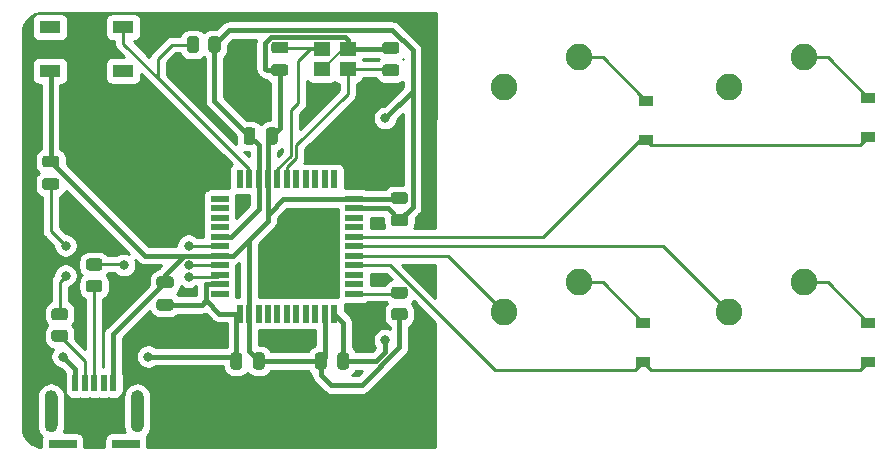
<source format=gbl>
%TF.GenerationSoftware,KiCad,Pcbnew,(5.1.10)-1*%
%TF.CreationDate,2021-12-23T21:02:22-05:00*%
%TF.ProjectId,Keypad,4b657970-6164-42e6-9b69-6361645f7063,rev?*%
%TF.SameCoordinates,Original*%
%TF.FileFunction,Copper,L2,Bot*%
%TF.FilePolarity,Positive*%
%FSLAX46Y46*%
G04 Gerber Fmt 4.6, Leading zero omitted, Abs format (unit mm)*
G04 Created by KiCad (PCBNEW (5.1.10)-1) date 2021-12-23 21:02:22*
%MOMM*%
%LPD*%
G01*
G04 APERTURE LIST*
%TA.AperFunction,SMDPad,CuDef*%
%ADD10R,1.800000X1.100000*%
%TD*%
%TA.AperFunction,ComponentPad*%
%ADD11C,2.250000*%
%TD*%
%TA.AperFunction,SMDPad,CuDef*%
%ADD12R,1.400000X1.200000*%
%TD*%
%TA.AperFunction,SMDPad,CuDef*%
%ADD13R,2.350000X0.800000*%
%TD*%
%TA.AperFunction,SMDPad,CuDef*%
%ADD14R,0.500000X1.400000*%
%TD*%
%TA.AperFunction,SMDPad,CuDef*%
%ADD15R,0.550000X1.500000*%
%TD*%
%TA.AperFunction,SMDPad,CuDef*%
%ADD16R,1.500000X0.550000*%
%TD*%
%TA.AperFunction,SMDPad,CuDef*%
%ADD17R,1.200000X0.900000*%
%TD*%
%TA.AperFunction,ViaPad*%
%ADD18C,0.800000*%
%TD*%
%TA.AperFunction,Conductor*%
%ADD19C,0.381000*%
%TD*%
%TA.AperFunction,Conductor*%
%ADD20C,0.203200*%
%TD*%
%TA.AperFunction,Conductor*%
%ADD21C,0.250000*%
%TD*%
%TA.AperFunction,NonConductor*%
%ADD22C,0.254000*%
%TD*%
%TA.AperFunction,NonConductor*%
%ADD23C,0.100000*%
%TD*%
G04 APERTURE END LIST*
D10*
%TO.P,SW1,4*%
%TO.N,N/C*%
X54558000Y-25709000D03*
%TO.P,SW1,3*%
X60758000Y-29409000D03*
%TO.P,SW1,2*%
%TO.N,GND*%
X54558000Y-29409000D03*
%TO.P,SW1,1*%
%TO.N,Net-(R3-Pad1)*%
X60758000Y-25709000D03*
%TD*%
D11*
%TO.P,K2,2*%
%TO.N,Net-(D2-Pad2)*%
X99377500Y-47307500D03*
%TO.P,K2,1*%
%TO.N,COL0*%
X93027500Y-49847500D03*
%TD*%
D12*
%TO.P,Y1,4*%
%TO.N,GND*%
X79744750Y-27566250D03*
%TO.P,Y1,3*%
%TO.N,Net-(C3-Pad2)*%
X77544750Y-27566250D03*
%TO.P,Y1,2*%
%TO.N,GND*%
X77544750Y-29266250D03*
%TO.P,Y1,1*%
%TO.N,Net-(C2-Pad2)*%
X79744750Y-29266250D03*
%TD*%
D13*
%TO.P,USB1,9*%
%TO.N,N/C*%
X55618000Y-61028000D03*
%TO.P,USB1,8*%
X60968000Y-61028000D03*
D14*
%TO.P,USB1,5*%
%TO.N,VCC*%
X56693000Y-55828000D03*
%TO.P,USB1,4*%
%TO.N,D-*%
X57493000Y-55828000D03*
%TO.P,USB1,3*%
%TO.N,D+*%
X58293000Y-55828000D03*
%TO.P,USB1,2*%
%TO.N,Net-(USB1-Pad2)*%
X59093000Y-55828000D03*
%TO.P,USB1,1*%
%TO.N,GND*%
X59893000Y-55828000D03*
%TO.P,USB1,7*%
%TO.N,N/C*%
%TA.AperFunction,ComponentPad*%
G36*
G01*
X55193000Y-56978000D02*
X55193000Y-59478000D01*
G75*
G02*
X54643000Y-60028000I-550000J0D01*
G01*
X54643000Y-60028000D01*
G75*
G02*
X54093000Y-59478000I0J550000D01*
G01*
X54093000Y-56978000D01*
G75*
G02*
X54643000Y-56428000I550000J0D01*
G01*
X54643000Y-56428000D01*
G75*
G02*
X55193000Y-56978000I0J-550000D01*
G01*
G37*
%TD.AperFunction*%
%TO.P,USB1,6*%
%TA.AperFunction,ComponentPad*%
G36*
G01*
X62493000Y-56978000D02*
X62493000Y-59478000D01*
G75*
G02*
X61943000Y-60028000I-550000J0D01*
G01*
X61943000Y-60028000D01*
G75*
G02*
X61393000Y-59478000I0J550000D01*
G01*
X61393000Y-56978000D01*
G75*
G02*
X61943000Y-56428000I550000J0D01*
G01*
X61943000Y-56428000D01*
G75*
G02*
X62493000Y-56978000I0J-550000D01*
G01*
G37*
%TD.AperFunction*%
%TD*%
D15*
%TO.P,U1,44*%
%TO.N,VCC*%
X70612500Y-49959500D03*
%TO.P,U1,43*%
%TO.N,GND*%
X71412500Y-49959500D03*
%TO.P,U1,42*%
%TO.N,Net-(U1-Pad42)*%
X72212500Y-49959500D03*
%TO.P,U1,41*%
%TO.N,Net-(U1-Pad41)*%
X73012500Y-49959500D03*
%TO.P,U1,40*%
%TO.N,Net-(U1-Pad40)*%
X73812500Y-49959500D03*
%TO.P,U1,39*%
%TO.N,Net-(U1-Pad39)*%
X74612500Y-49959500D03*
%TO.P,U1,38*%
%TO.N,Net-(U1-Pad38)*%
X75412500Y-49959500D03*
%TO.P,U1,37*%
%TO.N,Net-(U1-Pad37)*%
X76212500Y-49959500D03*
%TO.P,U1,36*%
%TO.N,Net-(U1-Pad36)*%
X77012500Y-49959500D03*
%TO.P,U1,35*%
%TO.N,GND*%
X77812500Y-49959500D03*
%TO.P,U1,34*%
%TO.N,VCC*%
X78612500Y-49959500D03*
D16*
%TO.P,U1,33*%
%TO.N,Net-(R4-Pad2)*%
X80312500Y-48259500D03*
%TO.P,U1,32*%
%TO.N,Net-(U1-Pad32)*%
X80312500Y-47459500D03*
%TO.P,U1,31*%
%TO.N,Net-(U1-Pad31)*%
X80312500Y-46659500D03*
%TO.P,U1,30*%
%TO.N,ROW1*%
X80312500Y-45859500D03*
%TO.P,U1,29*%
%TO.N,COL0*%
X80312500Y-45059500D03*
%TO.P,U1,28*%
%TO.N,COL1*%
X80312500Y-44259500D03*
%TO.P,U1,27*%
%TO.N,ROW0*%
X80312500Y-43459500D03*
%TO.P,U1,26*%
%TO.N,Net-(U1-Pad26)*%
X80312500Y-42659500D03*
%TO.P,U1,25*%
%TO.N,Net-(U1-Pad25)*%
X80312500Y-41859500D03*
%TO.P,U1,24*%
%TO.N,VCC*%
X80312500Y-41059500D03*
%TO.P,U1,23*%
%TO.N,GND*%
X80312500Y-40259500D03*
D15*
%TO.P,U1,22*%
%TO.N,Net-(U1-Pad22)*%
X78612500Y-38559500D03*
%TO.P,U1,21*%
%TO.N,Net-(U1-Pad21)*%
X77812500Y-38559500D03*
%TO.P,U1,20*%
%TO.N,Net-(U1-Pad20)*%
X77012500Y-38559500D03*
%TO.P,U1,19*%
%TO.N,Net-(U1-Pad19)*%
X76212500Y-38559500D03*
%TO.P,U1,18*%
%TO.N,Net-(U1-Pad18)*%
X75412500Y-38559500D03*
%TO.P,U1,17*%
%TO.N,Net-(C2-Pad2)*%
X74612500Y-38559500D03*
%TO.P,U1,16*%
%TO.N,Net-(C3-Pad2)*%
X73812500Y-38559500D03*
%TO.P,U1,15*%
%TO.N,GND*%
X73012500Y-38559500D03*
%TO.P,U1,14*%
%TO.N,VCC*%
X72212500Y-38559500D03*
%TO.P,U1,13*%
%TO.N,Net-(R3-Pad1)*%
X71412500Y-38559500D03*
%TO.P,U1,12*%
%TO.N,Net-(U1-Pad12)*%
X70612500Y-38559500D03*
D16*
%TO.P,U1,11*%
%TO.N,Net-(U1-Pad11)*%
X68912500Y-40259500D03*
%TO.P,U1,10*%
%TO.N,Net-(U1-Pad10)*%
X68912500Y-41059500D03*
%TO.P,U1,9*%
%TO.N,Net-(U1-Pad9)*%
X68912500Y-41859500D03*
%TO.P,U1,8*%
%TO.N,Net-(U1-Pad8)*%
X68912500Y-42659500D03*
%TO.P,U1,7*%
%TO.N,VCC*%
X68912500Y-43459500D03*
%TO.P,U1,6*%
%TO.N,Net-(C1-Pad1)*%
X68912500Y-44259500D03*
%TO.P,U1,5*%
%TO.N,GND*%
X68912500Y-45059500D03*
%TO.P,U1,4*%
%TO.N,Net-(R1-Pad1)*%
X68912500Y-45859500D03*
%TO.P,U1,3*%
%TO.N,Net-(R2-Pad1)*%
X68912500Y-46659500D03*
%TO.P,U1,2*%
%TO.N,VCC*%
X68912500Y-47459500D03*
%TO.P,U1,1*%
%TO.N,Net-(U1-Pad1)*%
X68912500Y-48259500D03*
%TD*%
%TO.P,R4,2*%
%TO.N,Net-(R4-Pad2)*%
%TA.AperFunction,SMDPad,CuDef*%
G36*
G01*
X84587501Y-48693750D02*
X83687499Y-48693750D01*
G75*
G02*
X83437500Y-48443751I0J249999D01*
G01*
X83437500Y-47918749D01*
G75*
G02*
X83687499Y-47668750I249999J0D01*
G01*
X84587501Y-47668750D01*
G75*
G02*
X84837500Y-47918749I0J-249999D01*
G01*
X84837500Y-48443751D01*
G75*
G02*
X84587501Y-48693750I-249999J0D01*
G01*
G37*
%TD.AperFunction*%
%TO.P,R4,1*%
%TO.N,GND*%
%TA.AperFunction,SMDPad,CuDef*%
G36*
G01*
X84587501Y-50518750D02*
X83687499Y-50518750D01*
G75*
G02*
X83437500Y-50268751I0J249999D01*
G01*
X83437500Y-49743749D01*
G75*
G02*
X83687499Y-49493750I249999J0D01*
G01*
X84587501Y-49493750D01*
G75*
G02*
X84837500Y-49743749I0J-249999D01*
G01*
X84837500Y-50268751D01*
G75*
G02*
X84587501Y-50518750I-249999J0D01*
G01*
G37*
%TD.AperFunction*%
%TD*%
%TO.P,R3,2*%
%TO.N,VCC*%
%TA.AperFunction,SMDPad,CuDef*%
G36*
G01*
X67964000Y-27628001D02*
X67964000Y-26727999D01*
G75*
G02*
X68213999Y-26478000I249999J0D01*
G01*
X68739001Y-26478000D01*
G75*
G02*
X68989000Y-26727999I0J-249999D01*
G01*
X68989000Y-27628001D01*
G75*
G02*
X68739001Y-27878000I-249999J0D01*
G01*
X68213999Y-27878000D01*
G75*
G02*
X67964000Y-27628001I0J249999D01*
G01*
G37*
%TD.AperFunction*%
%TO.P,R3,1*%
%TO.N,Net-(R3-Pad1)*%
%TA.AperFunction,SMDPad,CuDef*%
G36*
G01*
X66139000Y-27628001D02*
X66139000Y-26727999D01*
G75*
G02*
X66388999Y-26478000I249999J0D01*
G01*
X66914001Y-26478000D01*
G75*
G02*
X67164000Y-26727999I0J-249999D01*
G01*
X67164000Y-27628001D01*
G75*
G02*
X66914001Y-27878000I-249999J0D01*
G01*
X66388999Y-27878000D01*
G75*
G02*
X66139000Y-27628001I0J249999D01*
G01*
G37*
%TD.AperFunction*%
%TD*%
%TO.P,R2,2*%
%TO.N,D-*%
%TA.AperFunction,SMDPad,CuDef*%
G36*
G01*
X54921999Y-51327000D02*
X55822001Y-51327000D01*
G75*
G02*
X56072000Y-51576999I0J-249999D01*
G01*
X56072000Y-52102001D01*
G75*
G02*
X55822001Y-52352000I-249999J0D01*
G01*
X54921999Y-52352000D01*
G75*
G02*
X54672000Y-52102001I0J249999D01*
G01*
X54672000Y-51576999D01*
G75*
G02*
X54921999Y-51327000I249999J0D01*
G01*
G37*
%TD.AperFunction*%
%TO.P,R2,1*%
%TO.N,Net-(R2-Pad1)*%
%TA.AperFunction,SMDPad,CuDef*%
G36*
G01*
X54921999Y-49502000D02*
X55822001Y-49502000D01*
G75*
G02*
X56072000Y-49751999I0J-249999D01*
G01*
X56072000Y-50277001D01*
G75*
G02*
X55822001Y-50527000I-249999J0D01*
G01*
X54921999Y-50527000D01*
G75*
G02*
X54672000Y-50277001I0J249999D01*
G01*
X54672000Y-49751999D01*
G75*
G02*
X54921999Y-49502000I249999J0D01*
G01*
G37*
%TD.AperFunction*%
%TD*%
%TO.P,R1,2*%
%TO.N,D+*%
%TA.AperFunction,SMDPad,CuDef*%
G36*
G01*
X57842999Y-47112500D02*
X58743001Y-47112500D01*
G75*
G02*
X58993000Y-47362499I0J-249999D01*
G01*
X58993000Y-47887501D01*
G75*
G02*
X58743001Y-48137500I-249999J0D01*
G01*
X57842999Y-48137500D01*
G75*
G02*
X57593000Y-47887501I0J249999D01*
G01*
X57593000Y-47362499D01*
G75*
G02*
X57842999Y-47112500I249999J0D01*
G01*
G37*
%TD.AperFunction*%
%TO.P,R1,1*%
%TO.N,Net-(R1-Pad1)*%
%TA.AperFunction,SMDPad,CuDef*%
G36*
G01*
X57842999Y-45287500D02*
X58743001Y-45287500D01*
G75*
G02*
X58993000Y-45537499I0J-249999D01*
G01*
X58993000Y-46062501D01*
G75*
G02*
X58743001Y-46312500I-249999J0D01*
G01*
X57842999Y-46312500D01*
G75*
G02*
X57593000Y-46062501I0J249999D01*
G01*
X57593000Y-45537499D01*
G75*
G02*
X57842999Y-45287500I249999J0D01*
G01*
G37*
%TD.AperFunction*%
%TD*%
D11*
%TO.P,K4,2*%
%TO.N,Net-(D4-Pad2)*%
X118427500Y-47307500D03*
%TO.P,K4,1*%
%TO.N,COL1*%
X112077500Y-49847500D03*
%TD*%
%TO.P,K3,2*%
%TO.N,Net-(D3-Pad2)*%
X118427500Y-28257500D03*
%TO.P,K3,1*%
%TO.N,COL1*%
X112077500Y-30797500D03*
%TD*%
%TO.P,K1,2*%
%TO.N,Net-(D1-Pad2)*%
X99377500Y-28257500D03*
%TO.P,K1,1*%
%TO.N,COL0*%
X93027500Y-30797500D03*
%TD*%
D17*
%TO.P,D4,2*%
%TO.N,Net-(D4-Pad2)*%
X123825000Y-50737500D03*
%TO.P,D4,1*%
%TO.N,ROW1*%
X123825000Y-54037500D03*
%TD*%
%TO.P,D3,2*%
%TO.N,Net-(D3-Pad2)*%
X123825000Y-31687500D03*
%TO.P,D3,1*%
%TO.N,ROW0*%
X123825000Y-34987500D03*
%TD*%
%TO.P,D2,2*%
%TO.N,Net-(D2-Pad2)*%
X104775000Y-50737500D03*
%TO.P,D2,1*%
%TO.N,ROW1*%
X104775000Y-54037500D03*
%TD*%
%TO.P,D1,2*%
%TO.N,Net-(D1-Pad2)*%
X105029000Y-31941500D03*
%TO.P,D1,1*%
%TO.N,ROW0*%
X105029000Y-35241500D03*
%TD*%
%TO.P,C8,2*%
%TO.N,GND*%
%TA.AperFunction,SMDPad,CuDef*%
G36*
G01*
X71731250Y-54450000D02*
X71731250Y-53500000D01*
G75*
G02*
X71981250Y-53250000I250000J0D01*
G01*
X72481250Y-53250000D01*
G75*
G02*
X72731250Y-53500000I0J-250000D01*
G01*
X72731250Y-54450000D01*
G75*
G02*
X72481250Y-54700000I-250000J0D01*
G01*
X71981250Y-54700000D01*
G75*
G02*
X71731250Y-54450000I0J250000D01*
G01*
G37*
%TD.AperFunction*%
%TO.P,C8,1*%
%TO.N,VCC*%
%TA.AperFunction,SMDPad,CuDef*%
G36*
G01*
X69831250Y-54450000D02*
X69831250Y-53500000D01*
G75*
G02*
X70081250Y-53250000I250000J0D01*
G01*
X70581250Y-53250000D01*
G75*
G02*
X70831250Y-53500000I0J-250000D01*
G01*
X70831250Y-54450000D01*
G75*
G02*
X70581250Y-54700000I-250000J0D01*
G01*
X70081250Y-54700000D01*
G75*
G02*
X69831250Y-54450000I0J250000D01*
G01*
G37*
%TD.AperFunction*%
%TD*%
%TO.P,C7,2*%
%TO.N,GND*%
%TA.AperFunction,SMDPad,CuDef*%
G36*
G01*
X84612500Y-40668750D02*
X83662500Y-40668750D01*
G75*
G02*
X83412500Y-40418750I0J250000D01*
G01*
X83412500Y-39918750D01*
G75*
G02*
X83662500Y-39668750I250000J0D01*
G01*
X84612500Y-39668750D01*
G75*
G02*
X84862500Y-39918750I0J-250000D01*
G01*
X84862500Y-40418750D01*
G75*
G02*
X84612500Y-40668750I-250000J0D01*
G01*
G37*
%TD.AperFunction*%
%TO.P,C7,1*%
%TO.N,VCC*%
%TA.AperFunction,SMDPad,CuDef*%
G36*
G01*
X84612500Y-42568750D02*
X83662500Y-42568750D01*
G75*
G02*
X83412500Y-42318750I0J250000D01*
G01*
X83412500Y-41818750D01*
G75*
G02*
X83662500Y-41568750I250000J0D01*
G01*
X84612500Y-41568750D01*
G75*
G02*
X84862500Y-41818750I0J-250000D01*
G01*
X84862500Y-42318750D01*
G75*
G02*
X84612500Y-42568750I-250000J0D01*
G01*
G37*
%TD.AperFunction*%
%TD*%
%TO.P,C6,2*%
%TO.N,GND*%
%TA.AperFunction,SMDPad,CuDef*%
G36*
G01*
X72837500Y-35400000D02*
X72837500Y-34450000D01*
G75*
G02*
X73087500Y-34200000I250000J0D01*
G01*
X73587500Y-34200000D01*
G75*
G02*
X73837500Y-34450000I0J-250000D01*
G01*
X73837500Y-35400000D01*
G75*
G02*
X73587500Y-35650000I-250000J0D01*
G01*
X73087500Y-35650000D01*
G75*
G02*
X72837500Y-35400000I0J250000D01*
G01*
G37*
%TD.AperFunction*%
%TO.P,C6,1*%
%TO.N,VCC*%
%TA.AperFunction,SMDPad,CuDef*%
G36*
G01*
X70937500Y-35400000D02*
X70937500Y-34450000D01*
G75*
G02*
X71187500Y-34200000I250000J0D01*
G01*
X71687500Y-34200000D01*
G75*
G02*
X71937500Y-34450000I0J-250000D01*
G01*
X71937500Y-35400000D01*
G75*
G02*
X71687500Y-35650000I-250000J0D01*
G01*
X71187500Y-35650000D01*
G75*
G02*
X70937500Y-35400000I0J250000D01*
G01*
G37*
%TD.AperFunction*%
%TD*%
%TO.P,C5,2*%
%TO.N,GND*%
%TA.AperFunction,SMDPad,CuDef*%
G36*
G01*
X77975000Y-53500000D02*
X77975000Y-54450000D01*
G75*
G02*
X77725000Y-54700000I-250000J0D01*
G01*
X77225000Y-54700000D01*
G75*
G02*
X76975000Y-54450000I0J250000D01*
G01*
X76975000Y-53500000D01*
G75*
G02*
X77225000Y-53250000I250000J0D01*
G01*
X77725000Y-53250000D01*
G75*
G02*
X77975000Y-53500000I0J-250000D01*
G01*
G37*
%TD.AperFunction*%
%TO.P,C5,1*%
%TO.N,VCC*%
%TA.AperFunction,SMDPad,CuDef*%
G36*
G01*
X79875000Y-53500000D02*
X79875000Y-54450000D01*
G75*
G02*
X79625000Y-54700000I-250000J0D01*
G01*
X79125000Y-54700000D01*
G75*
G02*
X78875000Y-54450000I0J250000D01*
G01*
X78875000Y-53500000D01*
G75*
G02*
X79125000Y-53250000I250000J0D01*
G01*
X79625000Y-53250000D01*
G75*
G02*
X79875000Y-53500000I0J-250000D01*
G01*
G37*
%TD.AperFunction*%
%TD*%
%TO.P,C4,2*%
%TO.N,GND*%
%TA.AperFunction,SMDPad,CuDef*%
G36*
G01*
X64768750Y-47812500D02*
X63818750Y-47812500D01*
G75*
G02*
X63568750Y-47562500I0J250000D01*
G01*
X63568750Y-47062500D01*
G75*
G02*
X63818750Y-46812500I250000J0D01*
G01*
X64768750Y-46812500D01*
G75*
G02*
X65018750Y-47062500I0J-250000D01*
G01*
X65018750Y-47562500D01*
G75*
G02*
X64768750Y-47812500I-250000J0D01*
G01*
G37*
%TD.AperFunction*%
%TO.P,C4,1*%
%TO.N,VCC*%
%TA.AperFunction,SMDPad,CuDef*%
G36*
G01*
X64768750Y-49712500D02*
X63818750Y-49712500D01*
G75*
G02*
X63568750Y-49462500I0J250000D01*
G01*
X63568750Y-48962500D01*
G75*
G02*
X63818750Y-48712500I250000J0D01*
G01*
X64768750Y-48712500D01*
G75*
G02*
X65018750Y-48962500I0J-250000D01*
G01*
X65018750Y-49462500D01*
G75*
G02*
X64768750Y-49712500I-250000J0D01*
G01*
G37*
%TD.AperFunction*%
%TD*%
%TO.P,C3,2*%
%TO.N,Net-(C3-Pad2)*%
%TA.AperFunction,SMDPad,CuDef*%
G36*
G01*
X74484250Y-27932000D02*
X73534250Y-27932000D01*
G75*
G02*
X73284250Y-27682000I0J250000D01*
G01*
X73284250Y-27182000D01*
G75*
G02*
X73534250Y-26932000I250000J0D01*
G01*
X74484250Y-26932000D01*
G75*
G02*
X74734250Y-27182000I0J-250000D01*
G01*
X74734250Y-27682000D01*
G75*
G02*
X74484250Y-27932000I-250000J0D01*
G01*
G37*
%TD.AperFunction*%
%TO.P,C3,1*%
%TO.N,GND*%
%TA.AperFunction,SMDPad,CuDef*%
G36*
G01*
X74484250Y-29832000D02*
X73534250Y-29832000D01*
G75*
G02*
X73284250Y-29582000I0J250000D01*
G01*
X73284250Y-29082000D01*
G75*
G02*
X73534250Y-28832000I250000J0D01*
G01*
X74484250Y-28832000D01*
G75*
G02*
X74734250Y-29082000I0J-250000D01*
G01*
X74734250Y-29582000D01*
G75*
G02*
X74484250Y-29832000I-250000J0D01*
G01*
G37*
%TD.AperFunction*%
%TD*%
%TO.P,C2,2*%
%TO.N,Net-(C2-Pad2)*%
%TA.AperFunction,SMDPad,CuDef*%
G36*
G01*
X82932250Y-28866250D02*
X83882250Y-28866250D01*
G75*
G02*
X84132250Y-29116250I0J-250000D01*
G01*
X84132250Y-29616250D01*
G75*
G02*
X83882250Y-29866250I-250000J0D01*
G01*
X82932250Y-29866250D01*
G75*
G02*
X82682250Y-29616250I0J250000D01*
G01*
X82682250Y-29116250D01*
G75*
G02*
X82932250Y-28866250I250000J0D01*
G01*
G37*
%TD.AperFunction*%
%TO.P,C2,1*%
%TO.N,GND*%
%TA.AperFunction,SMDPad,CuDef*%
G36*
G01*
X82932250Y-26966250D02*
X83882250Y-26966250D01*
G75*
G02*
X84132250Y-27216250I0J-250000D01*
G01*
X84132250Y-27716250D01*
G75*
G02*
X83882250Y-27966250I-250000J0D01*
G01*
X82932250Y-27966250D01*
G75*
G02*
X82682250Y-27716250I0J250000D01*
G01*
X82682250Y-27216250D01*
G75*
G02*
X82932250Y-26966250I250000J0D01*
G01*
G37*
%TD.AperFunction*%
%TD*%
%TO.P,C1,2*%
%TO.N,GND*%
%TA.AperFunction,SMDPad,CuDef*%
G36*
G01*
X55085000Y-37589000D02*
X54135000Y-37589000D01*
G75*
G02*
X53885000Y-37339000I0J250000D01*
G01*
X53885000Y-36839000D01*
G75*
G02*
X54135000Y-36589000I250000J0D01*
G01*
X55085000Y-36589000D01*
G75*
G02*
X55335000Y-36839000I0J-250000D01*
G01*
X55335000Y-37339000D01*
G75*
G02*
X55085000Y-37589000I-250000J0D01*
G01*
G37*
%TD.AperFunction*%
%TO.P,C1,1*%
%TO.N,Net-(C1-Pad1)*%
%TA.AperFunction,SMDPad,CuDef*%
G36*
G01*
X55085000Y-39489000D02*
X54135000Y-39489000D01*
G75*
G02*
X53885000Y-39239000I0J250000D01*
G01*
X53885000Y-38739000D01*
G75*
G02*
X54135000Y-38489000I250000J0D01*
G01*
X55085000Y-38489000D01*
G75*
G02*
X55335000Y-38739000I0J-250000D01*
G01*
X55335000Y-39239000D01*
G75*
G02*
X55085000Y-39489000I-250000J0D01*
G01*
G37*
%TD.AperFunction*%
%TD*%
D18*
%TO.N,Net-(C1-Pad1)*%
X55880000Y-44196000D03*
X66294000Y-44196000D03*
%TO.N,VCC*%
X82931000Y-33401000D03*
X82931000Y-52197000D03*
X82931000Y-52197000D03*
X55626000Y-53594000D03*
X62865000Y-53594000D03*
%TO.N,Net-(R1-Pad1)*%
X60833000Y-45847000D03*
X66294000Y-45847000D03*
%TO.N,Net-(R2-Pad1)*%
X55880000Y-46736000D03*
X66294000Y-46847003D03*
%TD*%
D19*
%TO.N,GND*%
X74009250Y-34253250D02*
X73337500Y-34925000D01*
X74009250Y-29332000D02*
X74009250Y-34253250D01*
X83307250Y-27566250D02*
X83407250Y-27466250D01*
X79744750Y-27566250D02*
X83307250Y-27566250D01*
X79441848Y-27566250D02*
X79744750Y-27566250D01*
X77544750Y-29266250D02*
X77741848Y-29266250D01*
D20*
X79344750Y-27566250D02*
X79744750Y-27566250D01*
X77644750Y-29266250D02*
X79344750Y-27566250D01*
X77544750Y-29266250D02*
X77644750Y-29266250D01*
D19*
X77812500Y-53637500D02*
X77812500Y-49959500D01*
X77475000Y-53975000D02*
X77812500Y-53637500D01*
X71412500Y-53156250D02*
X71412500Y-49959500D01*
X72231250Y-53975000D02*
X71412500Y-53156250D01*
X72231250Y-53975000D02*
X77475000Y-53975000D01*
X59893000Y-51713250D02*
X59893000Y-55828000D01*
X64293750Y-47312500D02*
X59893000Y-51713250D01*
X68909499Y-45056499D02*
X68912500Y-45059500D01*
X65914559Y-45056499D02*
X68909499Y-45056499D01*
X70043500Y-45059500D02*
X68912500Y-45059500D01*
X80312500Y-40259500D02*
X74294500Y-40259500D01*
X73139500Y-41414500D02*
X73012500Y-41414500D01*
X74294500Y-40259500D02*
X73139500Y-41414500D01*
X73012500Y-41414500D02*
X73012500Y-42090500D01*
X73012500Y-38559500D02*
X73012500Y-41414500D01*
X64293750Y-46677308D02*
X65914559Y-45056499D01*
X64293750Y-47312500D02*
X64293750Y-46677308D01*
X71412500Y-43726500D02*
X71394500Y-43708500D01*
X71412500Y-49959500D02*
X71412500Y-43726500D01*
X71394500Y-43708500D02*
X70043500Y-45059500D01*
X73012500Y-42090500D02*
X71394500Y-43708500D01*
X84046750Y-40259500D02*
X84137500Y-40168750D01*
X80312500Y-40259500D02*
X84046750Y-40259500D01*
X54610000Y-29461000D02*
X54558000Y-29409000D01*
X54610000Y-37089000D02*
X54610000Y-29461000D01*
X84137500Y-50006250D02*
X84137500Y-52828172D01*
X77475000Y-53975000D02*
X77475000Y-55123000D01*
X77475000Y-55123000D02*
X78359000Y-56007000D01*
X80958672Y-56007000D02*
X84137500Y-52828172D01*
X78359000Y-56007000D02*
X80958672Y-56007000D01*
X62577499Y-45056499D02*
X54610000Y-37089000D01*
X65914559Y-45056499D02*
X62577499Y-45056499D01*
X73012500Y-35250000D02*
X73337500Y-34925000D01*
X73012500Y-38559500D02*
X73012500Y-35250000D01*
X74009250Y-29332000D02*
X72893000Y-29332000D01*
X72893000Y-29332000D02*
X72771000Y-29210000D01*
X73268940Y-26541490D02*
X79500490Y-26541490D01*
X72771000Y-27039430D02*
X73268940Y-26541490D01*
X72771000Y-29210000D02*
X72771000Y-27039430D01*
X79744750Y-26785750D02*
X79744750Y-27566250D01*
X79500490Y-26541490D02*
X79744750Y-26785750D01*
D21*
%TO.N,Net-(C1-Pad1)*%
X54610000Y-42926000D02*
X55880000Y-44196000D01*
X54610000Y-38989000D02*
X54610000Y-42926000D01*
X68849000Y-44196000D02*
X68912500Y-44259500D01*
X66294000Y-44196000D02*
X68849000Y-44196000D01*
%TO.N,Net-(C2-Pad2)*%
X83307250Y-29266250D02*
X83407250Y-29366250D01*
X79744750Y-29266250D02*
X83307250Y-29266250D01*
X74612500Y-37585908D02*
X75406250Y-36792158D01*
X74612500Y-38559500D02*
X74612500Y-37585908D01*
X75406250Y-36792158D02*
X75406250Y-35718750D01*
X79744750Y-31380250D02*
X79744750Y-29266250D01*
X75406250Y-35718750D02*
X79744750Y-31380250D01*
%TO.N,Net-(C3-Pad2)*%
X77410500Y-27432000D02*
X77544750Y-27566250D01*
X74009250Y-27432000D02*
X77410500Y-27432000D01*
X76594750Y-27566250D02*
X75565000Y-28596000D01*
X77544750Y-27566250D02*
X76594750Y-27566250D01*
X75565000Y-28596000D02*
X75565000Y-32131000D01*
X73812500Y-37749498D02*
X73812500Y-38559500D01*
X74956240Y-36605758D02*
X73812500Y-37749498D01*
X74956240Y-32739760D02*
X74956240Y-36605758D01*
X75565000Y-32131000D02*
X74956240Y-32739760D01*
D19*
%TO.N,VCC*%
X79375000Y-50722000D02*
X78612500Y-49959500D01*
X79375000Y-53975000D02*
X79375000Y-50722000D01*
X70331250Y-50240750D02*
X70612500Y-49959500D01*
X70331250Y-53975000D02*
X70331250Y-50240750D01*
X68476500Y-31964000D02*
X71437500Y-34925000D01*
X68476500Y-27178000D02*
X68476500Y-31964000D01*
X67781500Y-47459500D02*
X68912500Y-47459500D01*
X67771999Y-47469001D02*
X67781500Y-47459500D01*
X67771999Y-48846901D02*
X67771999Y-47469001D01*
X68884598Y-49959500D02*
X67771999Y-48846901D01*
X70612500Y-49959500D02*
X68884598Y-49959500D01*
X69694020Y-25960480D02*
X68476500Y-27178000D01*
X83532300Y-25960480D02*
X69694020Y-25960480D01*
X85253010Y-27681190D02*
X83532300Y-25960480D01*
X84137500Y-42068750D02*
X85253010Y-40953240D01*
X85253010Y-31078990D02*
X82931000Y-33401000D01*
X85253010Y-40953240D02*
X85253010Y-31078990D01*
X85253010Y-31078990D02*
X85253010Y-27681190D01*
X82931000Y-52197000D02*
X82931000Y-53213000D01*
X82169000Y-53975000D02*
X79375000Y-53975000D01*
X82931000Y-53213000D02*
X82169000Y-53975000D01*
X56693000Y-54661000D02*
X55626000Y-53594000D01*
X56693000Y-55828000D02*
X56693000Y-54661000D01*
X69840402Y-43459500D02*
X68912500Y-43459500D01*
X72212500Y-41087402D02*
X69840402Y-43459500D01*
X72212500Y-38559500D02*
X72212500Y-41087402D01*
X83128250Y-41059500D02*
X84137500Y-42068750D01*
X80312500Y-41059500D02*
X83128250Y-41059500D01*
X67406400Y-49212500D02*
X67771999Y-48846901D01*
X64293750Y-49212500D02*
X67406400Y-49212500D01*
X69950250Y-53594000D02*
X70331250Y-53975000D01*
X62865000Y-53594000D02*
X69950250Y-53594000D01*
X72212500Y-35700000D02*
X71437500Y-34925000D01*
X72212500Y-38559500D02*
X72212500Y-35700000D01*
D21*
%TO.N,Net-(D1-Pad2)*%
X101345000Y-28257500D02*
X104775000Y-31687500D01*
X99377500Y-28257500D02*
X101345000Y-28257500D01*
%TO.N,ROW0*%
X105443901Y-35656401D02*
X104775000Y-34987500D01*
X123156099Y-35656401D02*
X105443901Y-35656401D01*
X123825000Y-34987500D02*
X123156099Y-35656401D01*
X96303000Y-43459500D02*
X104775000Y-34987500D01*
X80312500Y-43459500D02*
X96303000Y-43459500D01*
%TO.N,Net-(D2-Pad2)*%
X101345000Y-47307500D02*
X104775000Y-50737500D01*
X99377500Y-47307500D02*
X101345000Y-47307500D01*
%TO.N,ROW1*%
X105443901Y-54706401D02*
X104775000Y-54037500D01*
X123156099Y-54706401D02*
X105443901Y-54706401D01*
X123825000Y-54037500D02*
X123156099Y-54706401D01*
X83341440Y-45859500D02*
X80312500Y-45859500D01*
X92188341Y-54706401D02*
X83341440Y-45859500D01*
X104106099Y-54706401D02*
X92188341Y-54706401D01*
X104775000Y-54037500D02*
X104106099Y-54706401D01*
%TO.N,Net-(D3-Pad2)*%
X120395000Y-28257500D02*
X123825000Y-31687500D01*
X118427500Y-28257500D02*
X120395000Y-28257500D01*
%TO.N,Net-(D4-Pad2)*%
X120395000Y-47307500D02*
X123825000Y-50737500D01*
X118427500Y-47307500D02*
X120395000Y-47307500D01*
%TO.N,D+*%
X58293000Y-55828000D02*
X58293000Y-47625000D01*
%TO.N,Net-(R1-Pad1)*%
X60786000Y-45800000D02*
X60833000Y-45847000D01*
X58293000Y-45800000D02*
X60786000Y-45800000D01*
X68900000Y-45847000D02*
X68912500Y-45859500D01*
X66294000Y-45847000D02*
X68900000Y-45847000D01*
%TO.N,D-*%
X57493000Y-53960500D02*
X55372000Y-51839500D01*
X57493000Y-55828000D02*
X57493000Y-53960500D01*
%TO.N,Net-(R2-Pad1)*%
X55372000Y-50014500D02*
X55372000Y-47244000D01*
X55372000Y-47244000D02*
X55880000Y-46736000D01*
X68724997Y-46847003D02*
X68912500Y-46659500D01*
X66294000Y-46847003D02*
X68724997Y-46847003D01*
%TO.N,Net-(R3-Pad1)*%
X71412500Y-37749498D02*
X71412500Y-38559500D01*
X60758000Y-25709000D02*
X60758000Y-27094998D01*
X66651500Y-27178000D02*
X64897000Y-27178000D01*
X63694501Y-28380499D02*
X63694501Y-30031499D01*
X64897000Y-27178000D02*
X63694501Y-28380499D01*
X63694501Y-30031499D02*
X71412500Y-37749498D01*
X60758000Y-27094998D02*
X63694501Y-30031499D01*
%TO.N,Net-(R4-Pad2)*%
X84059250Y-48259500D02*
X84137500Y-48181250D01*
X80312500Y-48259500D02*
X84059250Y-48259500D01*
%TO.N,COL1*%
X106489500Y-44259500D02*
X80312500Y-44259500D01*
X112077500Y-49847500D02*
X106489500Y-44259500D01*
%TO.N,COL0*%
X88239500Y-45059500D02*
X80312500Y-45059500D01*
X93027500Y-49847500D02*
X88239500Y-45059500D01*
%TD*%
D22*
X87186042Y-42699500D02*
X85411110Y-42699500D01*
X85432972Y-42658600D01*
X85483508Y-42492004D01*
X85500572Y-42318750D01*
X85500572Y-41873111D01*
X85808050Y-41565633D01*
X85839551Y-41539781D01*
X85942709Y-41414082D01*
X86019363Y-41270674D01*
X86066566Y-41115066D01*
X86078510Y-40993793D01*
X86078510Y-40993784D01*
X86082503Y-40953241D01*
X86078510Y-40912698D01*
X86078510Y-31119541D01*
X86082504Y-31078991D01*
X86078510Y-31038437D01*
X86078510Y-27721732D01*
X86082503Y-27681189D01*
X86078510Y-27640646D01*
X86078510Y-27640637D01*
X86066566Y-27519364D01*
X86019363Y-27363756D01*
X85942709Y-27220348D01*
X85839551Y-27094649D01*
X85808049Y-27068796D01*
X84144698Y-25405446D01*
X84118841Y-25373939D01*
X83993142Y-25270781D01*
X83849734Y-25194127D01*
X83694126Y-25146924D01*
X83572853Y-25134980D01*
X83572850Y-25134980D01*
X83532300Y-25130986D01*
X83491750Y-25134980D01*
X69734570Y-25134980D01*
X69694019Y-25130986D01*
X69653469Y-25134980D01*
X69653467Y-25134980D01*
X69532194Y-25146924D01*
X69376586Y-25194127D01*
X69283131Y-25244081D01*
X69233177Y-25270781D01*
X69171616Y-25321303D01*
X69107479Y-25373939D01*
X69081626Y-25405441D01*
X68647139Y-25839928D01*
X68213999Y-25839928D01*
X68040745Y-25856992D01*
X67874149Y-25907528D01*
X67720613Y-25989595D01*
X67586038Y-26100038D01*
X67564000Y-26126891D01*
X67541962Y-26100038D01*
X67407387Y-25989595D01*
X67253851Y-25907528D01*
X67087255Y-25856992D01*
X66914001Y-25839928D01*
X66388999Y-25839928D01*
X66215745Y-25856992D01*
X66049149Y-25907528D01*
X65895613Y-25989595D01*
X65761038Y-26100038D01*
X65650595Y-26234613D01*
X65568528Y-26388149D01*
X65559473Y-26418000D01*
X64934322Y-26418000D01*
X64896999Y-26414324D01*
X64859676Y-26418000D01*
X64859667Y-26418000D01*
X64748014Y-26428997D01*
X64604753Y-26472454D01*
X64472724Y-26543026D01*
X64472722Y-26543027D01*
X64472723Y-26543027D01*
X64385996Y-26614201D01*
X64385992Y-26614205D01*
X64356999Y-26637999D01*
X64333205Y-26666992D01*
X63183503Y-27816696D01*
X63154500Y-27840498D01*
X63114282Y-27889504D01*
X63059527Y-27956223D01*
X63021066Y-28028178D01*
X62988955Y-28088253D01*
X62951042Y-28213238D01*
X61634875Y-26897072D01*
X61658000Y-26897072D01*
X61782482Y-26884812D01*
X61902180Y-26848502D01*
X62012494Y-26789537D01*
X62109185Y-26710185D01*
X62188537Y-26613494D01*
X62247502Y-26503180D01*
X62283812Y-26383482D01*
X62296072Y-26259000D01*
X62296072Y-25159000D01*
X62283812Y-25034518D01*
X62247502Y-24914820D01*
X62188537Y-24804506D01*
X62109185Y-24707815D01*
X62012494Y-24628463D01*
X61902180Y-24569498D01*
X61782482Y-24533188D01*
X61658000Y-24520928D01*
X59858000Y-24520928D01*
X59733518Y-24533188D01*
X59613820Y-24569498D01*
X59503506Y-24628463D01*
X59406815Y-24707815D01*
X59327463Y-24804506D01*
X59268498Y-24914820D01*
X59232188Y-25034518D01*
X59219928Y-25159000D01*
X59219928Y-26259000D01*
X59232188Y-26383482D01*
X59268498Y-26503180D01*
X59327463Y-26613494D01*
X59406815Y-26710185D01*
X59503506Y-26789537D01*
X59613820Y-26848502D01*
X59733518Y-26884812D01*
X59858000Y-26897072D01*
X59998001Y-26897072D01*
X59998001Y-27057666D01*
X59994324Y-27094998D01*
X59998001Y-27132331D01*
X60008998Y-27243984D01*
X60020834Y-27283003D01*
X60052454Y-27387244D01*
X60123026Y-27519274D01*
X60191145Y-27602276D01*
X60218000Y-27634999D01*
X60246998Y-27658797D01*
X60809129Y-28220928D01*
X59858000Y-28220928D01*
X59733518Y-28233188D01*
X59613820Y-28269498D01*
X59503506Y-28328463D01*
X59406815Y-28407815D01*
X59327463Y-28504506D01*
X59268498Y-28614820D01*
X59232188Y-28734518D01*
X59219928Y-28859000D01*
X59219928Y-29959000D01*
X59232188Y-30083482D01*
X59268498Y-30203180D01*
X59327463Y-30313494D01*
X59406815Y-30410185D01*
X59503506Y-30489537D01*
X59613820Y-30548502D01*
X59733518Y-30584812D01*
X59858000Y-30597072D01*
X61658000Y-30597072D01*
X61782482Y-30584812D01*
X61902180Y-30548502D01*
X62012494Y-30489537D01*
X62109185Y-30410185D01*
X62188537Y-30313494D01*
X62247502Y-30203180D01*
X62283812Y-30083482D01*
X62296072Y-29959000D01*
X62296072Y-29707872D01*
X63130707Y-30542507D01*
X63154501Y-30571500D01*
X63183494Y-30595294D01*
X63183498Y-30595298D01*
X63183504Y-30595303D01*
X69919380Y-37331180D01*
X69886315Y-37358315D01*
X69806963Y-37455006D01*
X69747998Y-37565320D01*
X69711688Y-37685018D01*
X69699428Y-37809500D01*
X69699428Y-39309500D01*
X69703462Y-39350462D01*
X69662500Y-39346428D01*
X68162500Y-39346428D01*
X68038018Y-39358688D01*
X67918320Y-39394998D01*
X67808006Y-39453963D01*
X67711315Y-39533315D01*
X67631963Y-39630006D01*
X67572998Y-39740320D01*
X67536688Y-39860018D01*
X67524428Y-39984500D01*
X67524428Y-40534500D01*
X67536688Y-40658982D01*
X67536845Y-40659500D01*
X67536688Y-40660018D01*
X67524428Y-40784500D01*
X67524428Y-41334500D01*
X67536688Y-41458982D01*
X67536845Y-41459500D01*
X67536688Y-41460018D01*
X67524428Y-41584500D01*
X67524428Y-42134500D01*
X67536688Y-42258982D01*
X67536845Y-42259500D01*
X67536688Y-42260018D01*
X67524428Y-42384500D01*
X67524428Y-42934500D01*
X67536688Y-43058982D01*
X67536845Y-43059500D01*
X67536688Y-43060018D01*
X67524428Y-43184500D01*
X67524428Y-43436000D01*
X66997711Y-43436000D01*
X66953774Y-43392063D01*
X66784256Y-43278795D01*
X66595898Y-43200774D01*
X66395939Y-43161000D01*
X66192061Y-43161000D01*
X65992102Y-43200774D01*
X65803744Y-43278795D01*
X65634226Y-43392063D01*
X65490063Y-43536226D01*
X65376795Y-43705744D01*
X65298774Y-43894102D01*
X65259000Y-44094061D01*
X65259000Y-44230999D01*
X62919432Y-44230999D01*
X55973072Y-37284640D01*
X55973072Y-36839000D01*
X55956008Y-36665746D01*
X55905472Y-36499150D01*
X55823405Y-36345614D01*
X55712962Y-36211038D01*
X55578386Y-36100595D01*
X55435500Y-36024221D01*
X55435500Y-30597072D01*
X55458000Y-30597072D01*
X55582482Y-30584812D01*
X55702180Y-30548502D01*
X55812494Y-30489537D01*
X55909185Y-30410185D01*
X55988537Y-30313494D01*
X56047502Y-30203180D01*
X56083812Y-30083482D01*
X56096072Y-29959000D01*
X56096072Y-28859000D01*
X56083812Y-28734518D01*
X56047502Y-28614820D01*
X55988537Y-28504506D01*
X55909185Y-28407815D01*
X55812494Y-28328463D01*
X55702180Y-28269498D01*
X55582482Y-28233188D01*
X55458000Y-28220928D01*
X53658000Y-28220928D01*
X53533518Y-28233188D01*
X53413820Y-28269498D01*
X53303506Y-28328463D01*
X53206815Y-28407815D01*
X53127463Y-28504506D01*
X53068498Y-28614820D01*
X53032188Y-28734518D01*
X53019928Y-28859000D01*
X53019928Y-29959000D01*
X53032188Y-30083482D01*
X53068498Y-30203180D01*
X53127463Y-30313494D01*
X53206815Y-30410185D01*
X53303506Y-30489537D01*
X53413820Y-30548502D01*
X53533518Y-30584812D01*
X53658000Y-30597072D01*
X53784501Y-30597072D01*
X53784500Y-36024220D01*
X53641614Y-36100595D01*
X53507038Y-36211038D01*
X53396595Y-36345614D01*
X53314528Y-36499150D01*
X53263992Y-36665746D01*
X53246928Y-36839000D01*
X53246928Y-37339000D01*
X53263992Y-37512254D01*
X53314528Y-37678850D01*
X53396595Y-37832386D01*
X53507038Y-37966962D01*
X53594817Y-38039000D01*
X53507038Y-38111038D01*
X53396595Y-38245614D01*
X53314528Y-38399150D01*
X53263992Y-38565746D01*
X53246928Y-38739000D01*
X53246928Y-39239000D01*
X53263992Y-39412254D01*
X53314528Y-39578850D01*
X53396595Y-39732386D01*
X53507038Y-39866962D01*
X53641614Y-39977405D01*
X53795150Y-40059472D01*
X53850000Y-40076111D01*
X53850001Y-42888668D01*
X53846324Y-42926000D01*
X53850001Y-42963333D01*
X53860998Y-43074986D01*
X53874180Y-43118442D01*
X53904454Y-43218246D01*
X53975026Y-43350276D01*
X54023275Y-43409067D01*
X54070000Y-43466001D01*
X54098998Y-43489799D01*
X54845000Y-44235802D01*
X54845000Y-44297939D01*
X54884774Y-44497898D01*
X54962795Y-44686256D01*
X55076063Y-44855774D01*
X55220226Y-44999937D01*
X55389744Y-45113205D01*
X55578102Y-45191226D01*
X55778061Y-45231000D01*
X55981939Y-45231000D01*
X56181898Y-45191226D01*
X56370256Y-45113205D01*
X56539774Y-44999937D01*
X56683937Y-44855774D01*
X56797205Y-44686256D01*
X56875226Y-44497898D01*
X56915000Y-44297939D01*
X56915000Y-44094061D01*
X56875226Y-43894102D01*
X56797205Y-43705744D01*
X56683937Y-43536226D01*
X56539774Y-43392063D01*
X56370256Y-43278795D01*
X56181898Y-43200774D01*
X55981939Y-43161000D01*
X55919802Y-43161000D01*
X55370000Y-42611199D01*
X55370000Y-40076110D01*
X55424850Y-40059472D01*
X55578386Y-39977405D01*
X55712962Y-39866962D01*
X55823405Y-39732386D01*
X55905472Y-39578850D01*
X55911743Y-39558176D01*
X61255152Y-44901585D01*
X61134898Y-44851774D01*
X60934939Y-44812000D01*
X60731061Y-44812000D01*
X60531102Y-44851774D01*
X60342744Y-44929795D01*
X60177810Y-45040000D01*
X59478030Y-45040000D01*
X59370962Y-44909538D01*
X59236387Y-44799095D01*
X59082851Y-44717028D01*
X58916255Y-44666492D01*
X58743001Y-44649428D01*
X57842999Y-44649428D01*
X57669745Y-44666492D01*
X57503149Y-44717028D01*
X57349613Y-44799095D01*
X57215038Y-44909538D01*
X57104595Y-45044113D01*
X57022528Y-45197649D01*
X56971992Y-45364245D01*
X56954928Y-45537499D01*
X56954928Y-46062501D01*
X56971992Y-46235755D01*
X57022528Y-46402351D01*
X57104595Y-46555887D01*
X57215038Y-46690462D01*
X57241891Y-46712500D01*
X57215038Y-46734538D01*
X57104595Y-46869113D01*
X57022528Y-47022649D01*
X56971992Y-47189245D01*
X56954928Y-47362499D01*
X56954928Y-47887501D01*
X56971992Y-48060755D01*
X57022528Y-48227351D01*
X57104595Y-48380887D01*
X57215038Y-48515462D01*
X57349613Y-48625905D01*
X57503149Y-48707972D01*
X57533001Y-48717027D01*
X57533000Y-52925699D01*
X56710003Y-52102702D01*
X56710072Y-52102001D01*
X56710072Y-51576999D01*
X56693008Y-51403745D01*
X56642472Y-51237149D01*
X56560405Y-51083613D01*
X56449962Y-50949038D01*
X56423109Y-50927000D01*
X56449962Y-50904962D01*
X56560405Y-50770387D01*
X56642472Y-50616851D01*
X56693008Y-50450255D01*
X56710072Y-50277001D01*
X56710072Y-49751999D01*
X56693008Y-49578745D01*
X56642472Y-49412149D01*
X56560405Y-49258613D01*
X56449962Y-49124038D01*
X56315387Y-49013595D01*
X56161851Y-48931528D01*
X56132000Y-48922473D01*
X56132000Y-47741151D01*
X56181898Y-47731226D01*
X56370256Y-47653205D01*
X56539774Y-47539937D01*
X56683937Y-47395774D01*
X56797205Y-47226256D01*
X56875226Y-47037898D01*
X56915000Y-46837939D01*
X56915000Y-46634061D01*
X56875226Y-46434102D01*
X56797205Y-46245744D01*
X56683937Y-46076226D01*
X56539774Y-45932063D01*
X56370256Y-45818795D01*
X56181898Y-45740774D01*
X55981939Y-45701000D01*
X55778061Y-45701000D01*
X55578102Y-45740774D01*
X55389744Y-45818795D01*
X55220226Y-45932063D01*
X55076063Y-46076226D01*
X54962795Y-46245744D01*
X54884774Y-46434102D01*
X54845000Y-46634061D01*
X54845000Y-46693330D01*
X54832000Y-46703999D01*
X54808202Y-46732997D01*
X54808201Y-46732998D01*
X54737026Y-46819724D01*
X54666454Y-46951754D01*
X54622998Y-47095015D01*
X54608324Y-47244000D01*
X54612001Y-47281332D01*
X54612000Y-48922473D01*
X54582149Y-48931528D01*
X54428613Y-49013595D01*
X54294038Y-49124038D01*
X54183595Y-49258613D01*
X54101528Y-49412149D01*
X54050992Y-49578745D01*
X54033928Y-49751999D01*
X54033928Y-50277001D01*
X54050992Y-50450255D01*
X54101528Y-50616851D01*
X54183595Y-50770387D01*
X54294038Y-50904962D01*
X54320891Y-50927000D01*
X54294038Y-50949038D01*
X54183595Y-51083613D01*
X54101528Y-51237149D01*
X54050992Y-51403745D01*
X54033928Y-51576999D01*
X54033928Y-52102001D01*
X54050992Y-52275255D01*
X54101528Y-52441851D01*
X54183595Y-52595387D01*
X54294038Y-52729962D01*
X54428613Y-52840405D01*
X54582149Y-52922472D01*
X54748745Y-52973008D01*
X54793223Y-52977389D01*
X54708795Y-53103744D01*
X54630774Y-53292102D01*
X54591000Y-53492061D01*
X54591000Y-53695939D01*
X54630774Y-53895898D01*
X54708795Y-54084256D01*
X54822063Y-54253774D01*
X54966226Y-54397937D01*
X55135744Y-54511205D01*
X55324102Y-54589226D01*
X55485996Y-54621428D01*
X55829034Y-54964467D01*
X55817188Y-55003518D01*
X55804928Y-55128000D01*
X55804928Y-56528000D01*
X55817188Y-56652482D01*
X55853498Y-56772180D01*
X55912463Y-56882494D01*
X55991815Y-56979185D01*
X56088506Y-57058537D01*
X56198820Y-57117502D01*
X56318518Y-57153812D01*
X56443000Y-57166072D01*
X56943000Y-57166072D01*
X57067482Y-57153812D01*
X57093000Y-57146071D01*
X57118518Y-57153812D01*
X57243000Y-57166072D01*
X57743000Y-57166072D01*
X57867482Y-57153812D01*
X57893000Y-57146071D01*
X57918518Y-57153812D01*
X58043000Y-57166072D01*
X58543000Y-57166072D01*
X58667482Y-57153812D01*
X58693000Y-57146071D01*
X58718518Y-57153812D01*
X58843000Y-57166072D01*
X59343000Y-57166072D01*
X59467482Y-57153812D01*
X59493000Y-57146071D01*
X59518518Y-57153812D01*
X59643000Y-57166072D01*
X60143000Y-57166072D01*
X60267482Y-57153812D01*
X60387180Y-57117502D01*
X60497494Y-57058537D01*
X60594185Y-56979185D01*
X60673537Y-56882494D01*
X60732502Y-56772180D01*
X60768812Y-56652482D01*
X60781072Y-56528000D01*
X60781072Y-55128000D01*
X60768812Y-55003518D01*
X60732502Y-54883820D01*
X60718500Y-54857625D01*
X60718500Y-52055182D01*
X62992007Y-49781676D01*
X62998278Y-49802350D01*
X63080345Y-49955886D01*
X63190788Y-50090462D01*
X63325364Y-50200905D01*
X63478900Y-50282972D01*
X63645496Y-50333508D01*
X63818750Y-50350572D01*
X64768750Y-50350572D01*
X64942004Y-50333508D01*
X65108600Y-50282972D01*
X65262136Y-50200905D01*
X65396712Y-50090462D01*
X65439766Y-50038000D01*
X67365850Y-50038000D01*
X67406400Y-50041994D01*
X67446950Y-50038000D01*
X67446953Y-50038000D01*
X67568226Y-50026056D01*
X67723834Y-49978853D01*
X67732100Y-49974435D01*
X68272209Y-50514545D01*
X68298057Y-50546041D01*
X68329553Y-50571889D01*
X68329556Y-50571892D01*
X68423755Y-50649199D01*
X68521775Y-50701592D01*
X68567164Y-50725853D01*
X68722772Y-50773056D01*
X68844045Y-50785000D01*
X68844047Y-50785000D01*
X68884598Y-50788994D01*
X68925148Y-50785000D01*
X69505751Y-50785000D01*
X69505750Y-52768500D01*
X63492503Y-52768500D01*
X63355256Y-52676795D01*
X63166898Y-52598774D01*
X62966939Y-52559000D01*
X62763061Y-52559000D01*
X62563102Y-52598774D01*
X62374744Y-52676795D01*
X62205226Y-52790063D01*
X62061063Y-52934226D01*
X61947795Y-53103744D01*
X61869774Y-53292102D01*
X61830000Y-53492061D01*
X61830000Y-53695939D01*
X61869774Y-53895898D01*
X61947795Y-54084256D01*
X62061063Y-54253774D01*
X62205226Y-54397937D01*
X62374744Y-54511205D01*
X62563102Y-54589226D01*
X62763061Y-54629000D01*
X62966939Y-54629000D01*
X63166898Y-54589226D01*
X63355256Y-54511205D01*
X63492503Y-54419500D01*
X69193178Y-54419500D01*
X69193178Y-54450000D01*
X69210242Y-54623254D01*
X69260778Y-54789850D01*
X69342845Y-54943386D01*
X69453288Y-55077962D01*
X69587864Y-55188405D01*
X69741400Y-55270472D01*
X69907996Y-55321008D01*
X70081250Y-55338072D01*
X70581250Y-55338072D01*
X70754504Y-55321008D01*
X70921100Y-55270472D01*
X71074636Y-55188405D01*
X71209212Y-55077962D01*
X71281250Y-54990183D01*
X71353288Y-55077962D01*
X71487864Y-55188405D01*
X71641400Y-55270472D01*
X71807996Y-55321008D01*
X71981250Y-55338072D01*
X72481250Y-55338072D01*
X72654504Y-55321008D01*
X72821100Y-55270472D01*
X72974636Y-55188405D01*
X73109212Y-55077962D01*
X73219655Y-54943386D01*
X73296029Y-54800500D01*
X76410221Y-54800500D01*
X76486595Y-54943386D01*
X76597038Y-55077962D01*
X76645985Y-55118132D01*
X76645506Y-55123000D01*
X76661445Y-55284826D01*
X76708647Y-55440433D01*
X76785301Y-55583842D01*
X76846863Y-55658854D01*
X76888460Y-55709541D01*
X76919961Y-55735393D01*
X77746611Y-56562044D01*
X77772459Y-56593541D01*
X77803955Y-56619389D01*
X77803958Y-56619392D01*
X77898157Y-56696699D01*
X77990802Y-56746219D01*
X78041566Y-56773353D01*
X78197174Y-56820556D01*
X78318447Y-56832500D01*
X78318449Y-56832500D01*
X78359000Y-56836494D01*
X78399550Y-56832500D01*
X80918122Y-56832500D01*
X80958672Y-56836494D01*
X80999222Y-56832500D01*
X80999225Y-56832500D01*
X81120498Y-56820556D01*
X81276106Y-56773353D01*
X81419514Y-56696699D01*
X81545213Y-56593541D01*
X81571070Y-56562034D01*
X84692545Y-53440561D01*
X84724041Y-53414713D01*
X84749889Y-53383217D01*
X84749892Y-53383214D01*
X84827199Y-53289015D01*
X84903853Y-53145606D01*
X84913378Y-53114205D01*
X84951056Y-52989998D01*
X84963000Y-52868725D01*
X84963000Y-52868723D01*
X84966994Y-52828172D01*
X84963000Y-52787622D01*
X84963000Y-51070167D01*
X85080887Y-51007155D01*
X85215462Y-50896712D01*
X85325905Y-50762137D01*
X85407972Y-50608601D01*
X85458508Y-50442005D01*
X85475572Y-50268751D01*
X85475572Y-49743749D01*
X85458508Y-49570495D01*
X85407972Y-49403899D01*
X85325905Y-49250363D01*
X85215462Y-49115788D01*
X85188609Y-49093750D01*
X85215462Y-49071712D01*
X85325905Y-48937137D01*
X85332304Y-48925165D01*
X87159289Y-50752150D01*
X87124404Y-61252500D01*
X62781072Y-61252500D01*
X62781072Y-60628000D01*
X62768812Y-60503518D01*
X62732502Y-60383820D01*
X62723509Y-60366995D01*
X62783095Y-60318094D01*
X62930847Y-60138057D01*
X63040636Y-59932655D01*
X63108245Y-59709781D01*
X63131073Y-59478000D01*
X63131073Y-56978000D01*
X63108245Y-56746219D01*
X63040636Y-56523345D01*
X62930847Y-56317943D01*
X62783095Y-56137906D01*
X62603058Y-55990154D01*
X62397656Y-55880365D01*
X62174782Y-55812756D01*
X61943001Y-55789928D01*
X61942999Y-55789928D01*
X61711218Y-55812756D01*
X61488344Y-55880365D01*
X61282942Y-55990154D01*
X61102905Y-56137906D01*
X60955153Y-56317943D01*
X60845364Y-56523345D01*
X60777755Y-56746219D01*
X60754927Y-56978000D01*
X60754927Y-59478000D01*
X60777755Y-59709781D01*
X60845364Y-59932655D01*
X60875977Y-59989928D01*
X59793000Y-59989928D01*
X59668518Y-60002188D01*
X59548820Y-60038498D01*
X59438506Y-60097463D01*
X59341815Y-60176815D01*
X59262463Y-60273506D01*
X59203498Y-60383820D01*
X59167188Y-60503518D01*
X59154928Y-60628000D01*
X59154928Y-61252500D01*
X57431072Y-61252500D01*
X57431072Y-60628000D01*
X57418812Y-60503518D01*
X57382502Y-60383820D01*
X57323537Y-60273506D01*
X57244185Y-60176815D01*
X57147494Y-60097463D01*
X57037180Y-60038498D01*
X56917482Y-60002188D01*
X56793000Y-59989928D01*
X55710023Y-59989928D01*
X55740636Y-59932655D01*
X55808245Y-59709781D01*
X55831073Y-59478000D01*
X55831073Y-56978000D01*
X55808245Y-56746219D01*
X55740636Y-56523345D01*
X55630847Y-56317943D01*
X55483095Y-56137906D01*
X55303058Y-55990154D01*
X55097656Y-55880365D01*
X54874782Y-55812756D01*
X54643001Y-55789928D01*
X54642999Y-55789928D01*
X54411218Y-55812756D01*
X54188344Y-55880365D01*
X53982942Y-55990154D01*
X53802905Y-56137906D01*
X53655153Y-56317943D01*
X53545364Y-56523345D01*
X53477755Y-56746219D01*
X53454927Y-56978000D01*
X53454927Y-59478000D01*
X53477755Y-59709781D01*
X53545364Y-59932655D01*
X53655153Y-60138057D01*
X53802905Y-60318094D01*
X53862491Y-60366995D01*
X53853498Y-60383820D01*
X53817188Y-60503518D01*
X53804928Y-60628000D01*
X53804928Y-61232659D01*
X53641290Y-61216614D01*
X53320288Y-61119698D01*
X53024225Y-60962279D01*
X52764377Y-60750351D01*
X52550644Y-60491992D01*
X52391162Y-60197036D01*
X52292007Y-59876719D01*
X52253750Y-59512729D01*
X52253750Y-26226029D01*
X52289636Y-25860040D01*
X52386551Y-25539040D01*
X52543971Y-25242975D01*
X52755899Y-24983127D01*
X53014260Y-24769392D01*
X53309214Y-24609912D01*
X53378115Y-24588583D01*
X53303506Y-24628463D01*
X53206815Y-24707815D01*
X53127463Y-24804506D01*
X53068498Y-24914820D01*
X53032188Y-25034518D01*
X53019928Y-25159000D01*
X53019928Y-26259000D01*
X53032188Y-26383482D01*
X53068498Y-26503180D01*
X53127463Y-26613494D01*
X53206815Y-26710185D01*
X53303506Y-26789537D01*
X53413820Y-26848502D01*
X53533518Y-26884812D01*
X53658000Y-26897072D01*
X55458000Y-26897072D01*
X55582482Y-26884812D01*
X55702180Y-26848502D01*
X55812494Y-26789537D01*
X55909185Y-26710185D01*
X55988537Y-26613494D01*
X56047502Y-26503180D01*
X56083812Y-26383482D01*
X56096072Y-26259000D01*
X56096072Y-25159000D01*
X56083812Y-25034518D01*
X56047502Y-24914820D01*
X55988537Y-24804506D01*
X55909185Y-24707815D01*
X55812494Y-24628463D01*
X55702180Y-24569498D01*
X55582482Y-24533188D01*
X55458000Y-24520928D01*
X53658000Y-24520928D01*
X53568055Y-24529786D01*
X53629532Y-24510756D01*
X53993512Y-24472500D01*
X87246596Y-24472500D01*
X87186042Y-42699500D01*
%TA.AperFunction,NonConductor*%
D23*
G36*
X87186042Y-42699500D02*
G01*
X85411110Y-42699500D01*
X85432972Y-42658600D01*
X85483508Y-42492004D01*
X85500572Y-42318750D01*
X85500572Y-41873111D01*
X85808050Y-41565633D01*
X85839551Y-41539781D01*
X85942709Y-41414082D01*
X86019363Y-41270674D01*
X86066566Y-41115066D01*
X86078510Y-40993793D01*
X86078510Y-40993784D01*
X86082503Y-40953241D01*
X86078510Y-40912698D01*
X86078510Y-31119541D01*
X86082504Y-31078991D01*
X86078510Y-31038437D01*
X86078510Y-27721732D01*
X86082503Y-27681189D01*
X86078510Y-27640646D01*
X86078510Y-27640637D01*
X86066566Y-27519364D01*
X86019363Y-27363756D01*
X85942709Y-27220348D01*
X85839551Y-27094649D01*
X85808049Y-27068796D01*
X84144698Y-25405446D01*
X84118841Y-25373939D01*
X83993142Y-25270781D01*
X83849734Y-25194127D01*
X83694126Y-25146924D01*
X83572853Y-25134980D01*
X83572850Y-25134980D01*
X83532300Y-25130986D01*
X83491750Y-25134980D01*
X69734570Y-25134980D01*
X69694019Y-25130986D01*
X69653469Y-25134980D01*
X69653467Y-25134980D01*
X69532194Y-25146924D01*
X69376586Y-25194127D01*
X69283131Y-25244081D01*
X69233177Y-25270781D01*
X69171616Y-25321303D01*
X69107479Y-25373939D01*
X69081626Y-25405441D01*
X68647139Y-25839928D01*
X68213999Y-25839928D01*
X68040745Y-25856992D01*
X67874149Y-25907528D01*
X67720613Y-25989595D01*
X67586038Y-26100038D01*
X67564000Y-26126891D01*
X67541962Y-26100038D01*
X67407387Y-25989595D01*
X67253851Y-25907528D01*
X67087255Y-25856992D01*
X66914001Y-25839928D01*
X66388999Y-25839928D01*
X66215745Y-25856992D01*
X66049149Y-25907528D01*
X65895613Y-25989595D01*
X65761038Y-26100038D01*
X65650595Y-26234613D01*
X65568528Y-26388149D01*
X65559473Y-26418000D01*
X64934322Y-26418000D01*
X64896999Y-26414324D01*
X64859676Y-26418000D01*
X64859667Y-26418000D01*
X64748014Y-26428997D01*
X64604753Y-26472454D01*
X64472724Y-26543026D01*
X64472722Y-26543027D01*
X64472723Y-26543027D01*
X64385996Y-26614201D01*
X64385992Y-26614205D01*
X64356999Y-26637999D01*
X64333205Y-26666992D01*
X63183503Y-27816696D01*
X63154500Y-27840498D01*
X63114282Y-27889504D01*
X63059527Y-27956223D01*
X63021066Y-28028178D01*
X62988955Y-28088253D01*
X62951042Y-28213238D01*
X61634875Y-26897072D01*
X61658000Y-26897072D01*
X61782482Y-26884812D01*
X61902180Y-26848502D01*
X62012494Y-26789537D01*
X62109185Y-26710185D01*
X62188537Y-26613494D01*
X62247502Y-26503180D01*
X62283812Y-26383482D01*
X62296072Y-26259000D01*
X62296072Y-25159000D01*
X62283812Y-25034518D01*
X62247502Y-24914820D01*
X62188537Y-24804506D01*
X62109185Y-24707815D01*
X62012494Y-24628463D01*
X61902180Y-24569498D01*
X61782482Y-24533188D01*
X61658000Y-24520928D01*
X59858000Y-24520928D01*
X59733518Y-24533188D01*
X59613820Y-24569498D01*
X59503506Y-24628463D01*
X59406815Y-24707815D01*
X59327463Y-24804506D01*
X59268498Y-24914820D01*
X59232188Y-25034518D01*
X59219928Y-25159000D01*
X59219928Y-26259000D01*
X59232188Y-26383482D01*
X59268498Y-26503180D01*
X59327463Y-26613494D01*
X59406815Y-26710185D01*
X59503506Y-26789537D01*
X59613820Y-26848502D01*
X59733518Y-26884812D01*
X59858000Y-26897072D01*
X59998001Y-26897072D01*
X59998001Y-27057666D01*
X59994324Y-27094998D01*
X59998001Y-27132331D01*
X60008998Y-27243984D01*
X60020834Y-27283003D01*
X60052454Y-27387244D01*
X60123026Y-27519274D01*
X60191145Y-27602276D01*
X60218000Y-27634999D01*
X60246998Y-27658797D01*
X60809129Y-28220928D01*
X59858000Y-28220928D01*
X59733518Y-28233188D01*
X59613820Y-28269498D01*
X59503506Y-28328463D01*
X59406815Y-28407815D01*
X59327463Y-28504506D01*
X59268498Y-28614820D01*
X59232188Y-28734518D01*
X59219928Y-28859000D01*
X59219928Y-29959000D01*
X59232188Y-30083482D01*
X59268498Y-30203180D01*
X59327463Y-30313494D01*
X59406815Y-30410185D01*
X59503506Y-30489537D01*
X59613820Y-30548502D01*
X59733518Y-30584812D01*
X59858000Y-30597072D01*
X61658000Y-30597072D01*
X61782482Y-30584812D01*
X61902180Y-30548502D01*
X62012494Y-30489537D01*
X62109185Y-30410185D01*
X62188537Y-30313494D01*
X62247502Y-30203180D01*
X62283812Y-30083482D01*
X62296072Y-29959000D01*
X62296072Y-29707872D01*
X63130707Y-30542507D01*
X63154501Y-30571500D01*
X63183494Y-30595294D01*
X63183498Y-30595298D01*
X63183504Y-30595303D01*
X69919380Y-37331180D01*
X69886315Y-37358315D01*
X69806963Y-37455006D01*
X69747998Y-37565320D01*
X69711688Y-37685018D01*
X69699428Y-37809500D01*
X69699428Y-39309500D01*
X69703462Y-39350462D01*
X69662500Y-39346428D01*
X68162500Y-39346428D01*
X68038018Y-39358688D01*
X67918320Y-39394998D01*
X67808006Y-39453963D01*
X67711315Y-39533315D01*
X67631963Y-39630006D01*
X67572998Y-39740320D01*
X67536688Y-39860018D01*
X67524428Y-39984500D01*
X67524428Y-40534500D01*
X67536688Y-40658982D01*
X67536845Y-40659500D01*
X67536688Y-40660018D01*
X67524428Y-40784500D01*
X67524428Y-41334500D01*
X67536688Y-41458982D01*
X67536845Y-41459500D01*
X67536688Y-41460018D01*
X67524428Y-41584500D01*
X67524428Y-42134500D01*
X67536688Y-42258982D01*
X67536845Y-42259500D01*
X67536688Y-42260018D01*
X67524428Y-42384500D01*
X67524428Y-42934500D01*
X67536688Y-43058982D01*
X67536845Y-43059500D01*
X67536688Y-43060018D01*
X67524428Y-43184500D01*
X67524428Y-43436000D01*
X66997711Y-43436000D01*
X66953774Y-43392063D01*
X66784256Y-43278795D01*
X66595898Y-43200774D01*
X66395939Y-43161000D01*
X66192061Y-43161000D01*
X65992102Y-43200774D01*
X65803744Y-43278795D01*
X65634226Y-43392063D01*
X65490063Y-43536226D01*
X65376795Y-43705744D01*
X65298774Y-43894102D01*
X65259000Y-44094061D01*
X65259000Y-44230999D01*
X62919432Y-44230999D01*
X55973072Y-37284640D01*
X55973072Y-36839000D01*
X55956008Y-36665746D01*
X55905472Y-36499150D01*
X55823405Y-36345614D01*
X55712962Y-36211038D01*
X55578386Y-36100595D01*
X55435500Y-36024221D01*
X55435500Y-30597072D01*
X55458000Y-30597072D01*
X55582482Y-30584812D01*
X55702180Y-30548502D01*
X55812494Y-30489537D01*
X55909185Y-30410185D01*
X55988537Y-30313494D01*
X56047502Y-30203180D01*
X56083812Y-30083482D01*
X56096072Y-29959000D01*
X56096072Y-28859000D01*
X56083812Y-28734518D01*
X56047502Y-28614820D01*
X55988537Y-28504506D01*
X55909185Y-28407815D01*
X55812494Y-28328463D01*
X55702180Y-28269498D01*
X55582482Y-28233188D01*
X55458000Y-28220928D01*
X53658000Y-28220928D01*
X53533518Y-28233188D01*
X53413820Y-28269498D01*
X53303506Y-28328463D01*
X53206815Y-28407815D01*
X53127463Y-28504506D01*
X53068498Y-28614820D01*
X53032188Y-28734518D01*
X53019928Y-28859000D01*
X53019928Y-29959000D01*
X53032188Y-30083482D01*
X53068498Y-30203180D01*
X53127463Y-30313494D01*
X53206815Y-30410185D01*
X53303506Y-30489537D01*
X53413820Y-30548502D01*
X53533518Y-30584812D01*
X53658000Y-30597072D01*
X53784501Y-30597072D01*
X53784500Y-36024220D01*
X53641614Y-36100595D01*
X53507038Y-36211038D01*
X53396595Y-36345614D01*
X53314528Y-36499150D01*
X53263992Y-36665746D01*
X53246928Y-36839000D01*
X53246928Y-37339000D01*
X53263992Y-37512254D01*
X53314528Y-37678850D01*
X53396595Y-37832386D01*
X53507038Y-37966962D01*
X53594817Y-38039000D01*
X53507038Y-38111038D01*
X53396595Y-38245614D01*
X53314528Y-38399150D01*
X53263992Y-38565746D01*
X53246928Y-38739000D01*
X53246928Y-39239000D01*
X53263992Y-39412254D01*
X53314528Y-39578850D01*
X53396595Y-39732386D01*
X53507038Y-39866962D01*
X53641614Y-39977405D01*
X53795150Y-40059472D01*
X53850000Y-40076111D01*
X53850001Y-42888668D01*
X53846324Y-42926000D01*
X53850001Y-42963333D01*
X53860998Y-43074986D01*
X53874180Y-43118442D01*
X53904454Y-43218246D01*
X53975026Y-43350276D01*
X54023275Y-43409067D01*
X54070000Y-43466001D01*
X54098998Y-43489799D01*
X54845000Y-44235802D01*
X54845000Y-44297939D01*
X54884774Y-44497898D01*
X54962795Y-44686256D01*
X55076063Y-44855774D01*
X55220226Y-44999937D01*
X55389744Y-45113205D01*
X55578102Y-45191226D01*
X55778061Y-45231000D01*
X55981939Y-45231000D01*
X56181898Y-45191226D01*
X56370256Y-45113205D01*
X56539774Y-44999937D01*
X56683937Y-44855774D01*
X56797205Y-44686256D01*
X56875226Y-44497898D01*
X56915000Y-44297939D01*
X56915000Y-44094061D01*
X56875226Y-43894102D01*
X56797205Y-43705744D01*
X56683937Y-43536226D01*
X56539774Y-43392063D01*
X56370256Y-43278795D01*
X56181898Y-43200774D01*
X55981939Y-43161000D01*
X55919802Y-43161000D01*
X55370000Y-42611199D01*
X55370000Y-40076110D01*
X55424850Y-40059472D01*
X55578386Y-39977405D01*
X55712962Y-39866962D01*
X55823405Y-39732386D01*
X55905472Y-39578850D01*
X55911743Y-39558176D01*
X61255152Y-44901585D01*
X61134898Y-44851774D01*
X60934939Y-44812000D01*
X60731061Y-44812000D01*
X60531102Y-44851774D01*
X60342744Y-44929795D01*
X60177810Y-45040000D01*
X59478030Y-45040000D01*
X59370962Y-44909538D01*
X59236387Y-44799095D01*
X59082851Y-44717028D01*
X58916255Y-44666492D01*
X58743001Y-44649428D01*
X57842999Y-44649428D01*
X57669745Y-44666492D01*
X57503149Y-44717028D01*
X57349613Y-44799095D01*
X57215038Y-44909538D01*
X57104595Y-45044113D01*
X57022528Y-45197649D01*
X56971992Y-45364245D01*
X56954928Y-45537499D01*
X56954928Y-46062501D01*
X56971992Y-46235755D01*
X57022528Y-46402351D01*
X57104595Y-46555887D01*
X57215038Y-46690462D01*
X57241891Y-46712500D01*
X57215038Y-46734538D01*
X57104595Y-46869113D01*
X57022528Y-47022649D01*
X56971992Y-47189245D01*
X56954928Y-47362499D01*
X56954928Y-47887501D01*
X56971992Y-48060755D01*
X57022528Y-48227351D01*
X57104595Y-48380887D01*
X57215038Y-48515462D01*
X57349613Y-48625905D01*
X57503149Y-48707972D01*
X57533001Y-48717027D01*
X57533000Y-52925699D01*
X56710003Y-52102702D01*
X56710072Y-52102001D01*
X56710072Y-51576999D01*
X56693008Y-51403745D01*
X56642472Y-51237149D01*
X56560405Y-51083613D01*
X56449962Y-50949038D01*
X56423109Y-50927000D01*
X56449962Y-50904962D01*
X56560405Y-50770387D01*
X56642472Y-50616851D01*
X56693008Y-50450255D01*
X56710072Y-50277001D01*
X56710072Y-49751999D01*
X56693008Y-49578745D01*
X56642472Y-49412149D01*
X56560405Y-49258613D01*
X56449962Y-49124038D01*
X56315387Y-49013595D01*
X56161851Y-48931528D01*
X56132000Y-48922473D01*
X56132000Y-47741151D01*
X56181898Y-47731226D01*
X56370256Y-47653205D01*
X56539774Y-47539937D01*
X56683937Y-47395774D01*
X56797205Y-47226256D01*
X56875226Y-47037898D01*
X56915000Y-46837939D01*
X56915000Y-46634061D01*
X56875226Y-46434102D01*
X56797205Y-46245744D01*
X56683937Y-46076226D01*
X56539774Y-45932063D01*
X56370256Y-45818795D01*
X56181898Y-45740774D01*
X55981939Y-45701000D01*
X55778061Y-45701000D01*
X55578102Y-45740774D01*
X55389744Y-45818795D01*
X55220226Y-45932063D01*
X55076063Y-46076226D01*
X54962795Y-46245744D01*
X54884774Y-46434102D01*
X54845000Y-46634061D01*
X54845000Y-46693330D01*
X54832000Y-46703999D01*
X54808202Y-46732997D01*
X54808201Y-46732998D01*
X54737026Y-46819724D01*
X54666454Y-46951754D01*
X54622998Y-47095015D01*
X54608324Y-47244000D01*
X54612001Y-47281332D01*
X54612000Y-48922473D01*
X54582149Y-48931528D01*
X54428613Y-49013595D01*
X54294038Y-49124038D01*
X54183595Y-49258613D01*
X54101528Y-49412149D01*
X54050992Y-49578745D01*
X54033928Y-49751999D01*
X54033928Y-50277001D01*
X54050992Y-50450255D01*
X54101528Y-50616851D01*
X54183595Y-50770387D01*
X54294038Y-50904962D01*
X54320891Y-50927000D01*
X54294038Y-50949038D01*
X54183595Y-51083613D01*
X54101528Y-51237149D01*
X54050992Y-51403745D01*
X54033928Y-51576999D01*
X54033928Y-52102001D01*
X54050992Y-52275255D01*
X54101528Y-52441851D01*
X54183595Y-52595387D01*
X54294038Y-52729962D01*
X54428613Y-52840405D01*
X54582149Y-52922472D01*
X54748745Y-52973008D01*
X54793223Y-52977389D01*
X54708795Y-53103744D01*
X54630774Y-53292102D01*
X54591000Y-53492061D01*
X54591000Y-53695939D01*
X54630774Y-53895898D01*
X54708795Y-54084256D01*
X54822063Y-54253774D01*
X54966226Y-54397937D01*
X55135744Y-54511205D01*
X55324102Y-54589226D01*
X55485996Y-54621428D01*
X55829034Y-54964467D01*
X55817188Y-55003518D01*
X55804928Y-55128000D01*
X55804928Y-56528000D01*
X55817188Y-56652482D01*
X55853498Y-56772180D01*
X55912463Y-56882494D01*
X55991815Y-56979185D01*
X56088506Y-57058537D01*
X56198820Y-57117502D01*
X56318518Y-57153812D01*
X56443000Y-57166072D01*
X56943000Y-57166072D01*
X57067482Y-57153812D01*
X57093000Y-57146071D01*
X57118518Y-57153812D01*
X57243000Y-57166072D01*
X57743000Y-57166072D01*
X57867482Y-57153812D01*
X57893000Y-57146071D01*
X57918518Y-57153812D01*
X58043000Y-57166072D01*
X58543000Y-57166072D01*
X58667482Y-57153812D01*
X58693000Y-57146071D01*
X58718518Y-57153812D01*
X58843000Y-57166072D01*
X59343000Y-57166072D01*
X59467482Y-57153812D01*
X59493000Y-57146071D01*
X59518518Y-57153812D01*
X59643000Y-57166072D01*
X60143000Y-57166072D01*
X60267482Y-57153812D01*
X60387180Y-57117502D01*
X60497494Y-57058537D01*
X60594185Y-56979185D01*
X60673537Y-56882494D01*
X60732502Y-56772180D01*
X60768812Y-56652482D01*
X60781072Y-56528000D01*
X60781072Y-55128000D01*
X60768812Y-55003518D01*
X60732502Y-54883820D01*
X60718500Y-54857625D01*
X60718500Y-52055182D01*
X62992007Y-49781676D01*
X62998278Y-49802350D01*
X63080345Y-49955886D01*
X63190788Y-50090462D01*
X63325364Y-50200905D01*
X63478900Y-50282972D01*
X63645496Y-50333508D01*
X63818750Y-50350572D01*
X64768750Y-50350572D01*
X64942004Y-50333508D01*
X65108600Y-50282972D01*
X65262136Y-50200905D01*
X65396712Y-50090462D01*
X65439766Y-50038000D01*
X67365850Y-50038000D01*
X67406400Y-50041994D01*
X67446950Y-50038000D01*
X67446953Y-50038000D01*
X67568226Y-50026056D01*
X67723834Y-49978853D01*
X67732100Y-49974435D01*
X68272209Y-50514545D01*
X68298057Y-50546041D01*
X68329553Y-50571889D01*
X68329556Y-50571892D01*
X68423755Y-50649199D01*
X68521775Y-50701592D01*
X68567164Y-50725853D01*
X68722772Y-50773056D01*
X68844045Y-50785000D01*
X68844047Y-50785000D01*
X68884598Y-50788994D01*
X68925148Y-50785000D01*
X69505751Y-50785000D01*
X69505750Y-52768500D01*
X63492503Y-52768500D01*
X63355256Y-52676795D01*
X63166898Y-52598774D01*
X62966939Y-52559000D01*
X62763061Y-52559000D01*
X62563102Y-52598774D01*
X62374744Y-52676795D01*
X62205226Y-52790063D01*
X62061063Y-52934226D01*
X61947795Y-53103744D01*
X61869774Y-53292102D01*
X61830000Y-53492061D01*
X61830000Y-53695939D01*
X61869774Y-53895898D01*
X61947795Y-54084256D01*
X62061063Y-54253774D01*
X62205226Y-54397937D01*
X62374744Y-54511205D01*
X62563102Y-54589226D01*
X62763061Y-54629000D01*
X62966939Y-54629000D01*
X63166898Y-54589226D01*
X63355256Y-54511205D01*
X63492503Y-54419500D01*
X69193178Y-54419500D01*
X69193178Y-54450000D01*
X69210242Y-54623254D01*
X69260778Y-54789850D01*
X69342845Y-54943386D01*
X69453288Y-55077962D01*
X69587864Y-55188405D01*
X69741400Y-55270472D01*
X69907996Y-55321008D01*
X70081250Y-55338072D01*
X70581250Y-55338072D01*
X70754504Y-55321008D01*
X70921100Y-55270472D01*
X71074636Y-55188405D01*
X71209212Y-55077962D01*
X71281250Y-54990183D01*
X71353288Y-55077962D01*
X71487864Y-55188405D01*
X71641400Y-55270472D01*
X71807996Y-55321008D01*
X71981250Y-55338072D01*
X72481250Y-55338072D01*
X72654504Y-55321008D01*
X72821100Y-55270472D01*
X72974636Y-55188405D01*
X73109212Y-55077962D01*
X73219655Y-54943386D01*
X73296029Y-54800500D01*
X76410221Y-54800500D01*
X76486595Y-54943386D01*
X76597038Y-55077962D01*
X76645985Y-55118132D01*
X76645506Y-55123000D01*
X76661445Y-55284826D01*
X76708647Y-55440433D01*
X76785301Y-55583842D01*
X76846863Y-55658854D01*
X76888460Y-55709541D01*
X76919961Y-55735393D01*
X77746611Y-56562044D01*
X77772459Y-56593541D01*
X77803955Y-56619389D01*
X77803958Y-56619392D01*
X77898157Y-56696699D01*
X77990802Y-56746219D01*
X78041566Y-56773353D01*
X78197174Y-56820556D01*
X78318447Y-56832500D01*
X78318449Y-56832500D01*
X78359000Y-56836494D01*
X78399550Y-56832500D01*
X80918122Y-56832500D01*
X80958672Y-56836494D01*
X80999222Y-56832500D01*
X80999225Y-56832500D01*
X81120498Y-56820556D01*
X81276106Y-56773353D01*
X81419514Y-56696699D01*
X81545213Y-56593541D01*
X81571070Y-56562034D01*
X84692545Y-53440561D01*
X84724041Y-53414713D01*
X84749889Y-53383217D01*
X84749892Y-53383214D01*
X84827199Y-53289015D01*
X84903853Y-53145606D01*
X84913378Y-53114205D01*
X84951056Y-52989998D01*
X84963000Y-52868725D01*
X84963000Y-52868723D01*
X84966994Y-52828172D01*
X84963000Y-52787622D01*
X84963000Y-51070167D01*
X85080887Y-51007155D01*
X85215462Y-50896712D01*
X85325905Y-50762137D01*
X85407972Y-50608601D01*
X85458508Y-50442005D01*
X85475572Y-50268751D01*
X85475572Y-49743749D01*
X85458508Y-49570495D01*
X85407972Y-49403899D01*
X85325905Y-49250363D01*
X85215462Y-49115788D01*
X85188609Y-49093750D01*
X85215462Y-49071712D01*
X85325905Y-48937137D01*
X85332304Y-48925165D01*
X87159289Y-50752150D01*
X87124404Y-61252500D01*
X62781072Y-61252500D01*
X62781072Y-60628000D01*
X62768812Y-60503518D01*
X62732502Y-60383820D01*
X62723509Y-60366995D01*
X62783095Y-60318094D01*
X62930847Y-60138057D01*
X63040636Y-59932655D01*
X63108245Y-59709781D01*
X63131073Y-59478000D01*
X63131073Y-56978000D01*
X63108245Y-56746219D01*
X63040636Y-56523345D01*
X62930847Y-56317943D01*
X62783095Y-56137906D01*
X62603058Y-55990154D01*
X62397656Y-55880365D01*
X62174782Y-55812756D01*
X61943001Y-55789928D01*
X61942999Y-55789928D01*
X61711218Y-55812756D01*
X61488344Y-55880365D01*
X61282942Y-55990154D01*
X61102905Y-56137906D01*
X60955153Y-56317943D01*
X60845364Y-56523345D01*
X60777755Y-56746219D01*
X60754927Y-56978000D01*
X60754927Y-59478000D01*
X60777755Y-59709781D01*
X60845364Y-59932655D01*
X60875977Y-59989928D01*
X59793000Y-59989928D01*
X59668518Y-60002188D01*
X59548820Y-60038498D01*
X59438506Y-60097463D01*
X59341815Y-60176815D01*
X59262463Y-60273506D01*
X59203498Y-60383820D01*
X59167188Y-60503518D01*
X59154928Y-60628000D01*
X59154928Y-61252500D01*
X57431072Y-61252500D01*
X57431072Y-60628000D01*
X57418812Y-60503518D01*
X57382502Y-60383820D01*
X57323537Y-60273506D01*
X57244185Y-60176815D01*
X57147494Y-60097463D01*
X57037180Y-60038498D01*
X56917482Y-60002188D01*
X56793000Y-59989928D01*
X55710023Y-59989928D01*
X55740636Y-59932655D01*
X55808245Y-59709781D01*
X55831073Y-59478000D01*
X55831073Y-56978000D01*
X55808245Y-56746219D01*
X55740636Y-56523345D01*
X55630847Y-56317943D01*
X55483095Y-56137906D01*
X55303058Y-55990154D01*
X55097656Y-55880365D01*
X54874782Y-55812756D01*
X54643001Y-55789928D01*
X54642999Y-55789928D01*
X54411218Y-55812756D01*
X54188344Y-55880365D01*
X53982942Y-55990154D01*
X53802905Y-56137906D01*
X53655153Y-56317943D01*
X53545364Y-56523345D01*
X53477755Y-56746219D01*
X53454927Y-56978000D01*
X53454927Y-59478000D01*
X53477755Y-59709781D01*
X53545364Y-59932655D01*
X53655153Y-60138057D01*
X53802905Y-60318094D01*
X53862491Y-60366995D01*
X53853498Y-60383820D01*
X53817188Y-60503518D01*
X53804928Y-60628000D01*
X53804928Y-61232659D01*
X53641290Y-61216614D01*
X53320288Y-61119698D01*
X53024225Y-60962279D01*
X52764377Y-60750351D01*
X52550644Y-60491992D01*
X52391162Y-60197036D01*
X52292007Y-59876719D01*
X52253750Y-59512729D01*
X52253750Y-26226029D01*
X52289636Y-25860040D01*
X52386551Y-25539040D01*
X52543971Y-25242975D01*
X52755899Y-24983127D01*
X53014260Y-24769392D01*
X53309214Y-24609912D01*
X53378115Y-24588583D01*
X53303506Y-24628463D01*
X53206815Y-24707815D01*
X53127463Y-24804506D01*
X53068498Y-24914820D01*
X53032188Y-25034518D01*
X53019928Y-25159000D01*
X53019928Y-26259000D01*
X53032188Y-26383482D01*
X53068498Y-26503180D01*
X53127463Y-26613494D01*
X53206815Y-26710185D01*
X53303506Y-26789537D01*
X53413820Y-26848502D01*
X53533518Y-26884812D01*
X53658000Y-26897072D01*
X55458000Y-26897072D01*
X55582482Y-26884812D01*
X55702180Y-26848502D01*
X55812494Y-26789537D01*
X55909185Y-26710185D01*
X55988537Y-26613494D01*
X56047502Y-26503180D01*
X56083812Y-26383482D01*
X56096072Y-26259000D01*
X56096072Y-25159000D01*
X56083812Y-25034518D01*
X56047502Y-24914820D01*
X55988537Y-24804506D01*
X55909185Y-24707815D01*
X55812494Y-24628463D01*
X55702180Y-24569498D01*
X55582482Y-24533188D01*
X55458000Y-24520928D01*
X53658000Y-24520928D01*
X53568055Y-24529786D01*
X53629532Y-24510756D01*
X53993512Y-24472500D01*
X87246596Y-24472500D01*
X87186042Y-42699500D01*
G37*
%TD.AperFunction*%
D22*
X80616740Y-55181500D02*
X80126800Y-55181500D01*
X80252962Y-55077962D01*
X80363405Y-54943386D01*
X80439779Y-54800500D01*
X80997740Y-54800500D01*
X80616740Y-55181500D01*
%TA.AperFunction,NonConductor*%
D23*
G36*
X80616740Y-55181500D02*
G01*
X80126800Y-55181500D01*
X80252962Y-55077962D01*
X80363405Y-54943386D01*
X80439779Y-54800500D01*
X80997740Y-54800500D01*
X80616740Y-55181500D01*
G37*
%TD.AperFunction*%
D22*
X61965106Y-45611539D02*
X61990958Y-45643040D01*
X62053631Y-45694474D01*
X62116656Y-45746198D01*
X62190531Y-45785685D01*
X62260065Y-45822852D01*
X62415673Y-45870055D01*
X62536946Y-45881999D01*
X62536948Y-45881999D01*
X62577498Y-45885993D01*
X62618049Y-45881999D01*
X63921627Y-45881999D01*
X63738711Y-46064915D01*
X63707210Y-46090767D01*
X63667425Y-46139246D01*
X63617603Y-46199953D01*
X63478900Y-46242028D01*
X63325364Y-46324095D01*
X63190788Y-46434538D01*
X63080345Y-46569114D01*
X62998278Y-46722650D01*
X62947742Y-46889246D01*
X62930678Y-47062500D01*
X62930678Y-47508139D01*
X59337966Y-51100852D01*
X59306459Y-51126709D01*
X59244856Y-51201774D01*
X59203301Y-51252408D01*
X59158988Y-51335312D01*
X59126647Y-51395817D01*
X59079444Y-51551425D01*
X59073630Y-51610459D01*
X59063506Y-51713250D01*
X59067500Y-51753801D01*
X59067501Y-54489928D01*
X59053000Y-54489928D01*
X59053000Y-48717027D01*
X59082851Y-48707972D01*
X59236387Y-48625905D01*
X59370962Y-48515462D01*
X59481405Y-48380887D01*
X59563472Y-48227351D01*
X59614008Y-48060755D01*
X59631072Y-47887501D01*
X59631072Y-47362499D01*
X59614008Y-47189245D01*
X59563472Y-47022649D01*
X59481405Y-46869113D01*
X59370962Y-46734538D01*
X59344109Y-46712500D01*
X59370962Y-46690462D01*
X59478030Y-46560000D01*
X60082289Y-46560000D01*
X60173226Y-46650937D01*
X60342744Y-46764205D01*
X60531102Y-46842226D01*
X60731061Y-46882000D01*
X60934939Y-46882000D01*
X61134898Y-46842226D01*
X61323256Y-46764205D01*
X61492774Y-46650937D01*
X61636937Y-46506774D01*
X61750205Y-46337256D01*
X61828226Y-46148898D01*
X61868000Y-45948939D01*
X61868000Y-45745061D01*
X61828226Y-45545102D01*
X61778415Y-45424848D01*
X61965106Y-45611539D01*
%TA.AperFunction,NonConductor*%
D23*
G36*
X61965106Y-45611539D02*
G01*
X61990958Y-45643040D01*
X62053631Y-45694474D01*
X62116656Y-45746198D01*
X62190531Y-45785685D01*
X62260065Y-45822852D01*
X62415673Y-45870055D01*
X62536946Y-45881999D01*
X62536948Y-45881999D01*
X62577498Y-45885993D01*
X62618049Y-45881999D01*
X63921627Y-45881999D01*
X63738711Y-46064915D01*
X63707210Y-46090767D01*
X63667425Y-46139246D01*
X63617603Y-46199953D01*
X63478900Y-46242028D01*
X63325364Y-46324095D01*
X63190788Y-46434538D01*
X63080345Y-46569114D01*
X62998278Y-46722650D01*
X62947742Y-46889246D01*
X62930678Y-47062500D01*
X62930678Y-47508139D01*
X59337966Y-51100852D01*
X59306459Y-51126709D01*
X59244856Y-51201774D01*
X59203301Y-51252408D01*
X59158988Y-51335312D01*
X59126647Y-51395817D01*
X59079444Y-51551425D01*
X59073630Y-51610459D01*
X59063506Y-51713250D01*
X59067500Y-51753801D01*
X59067501Y-54489928D01*
X59053000Y-54489928D01*
X59053000Y-48717027D01*
X59082851Y-48707972D01*
X59236387Y-48625905D01*
X59370962Y-48515462D01*
X59481405Y-48380887D01*
X59563472Y-48227351D01*
X59614008Y-48060755D01*
X59631072Y-47887501D01*
X59631072Y-47362499D01*
X59614008Y-47189245D01*
X59563472Y-47022649D01*
X59481405Y-46869113D01*
X59370962Y-46734538D01*
X59344109Y-46712500D01*
X59370962Y-46690462D01*
X59478030Y-46560000D01*
X60082289Y-46560000D01*
X60173226Y-46650937D01*
X60342744Y-46764205D01*
X60531102Y-46842226D01*
X60731061Y-46882000D01*
X60934939Y-46882000D01*
X61134898Y-46842226D01*
X61323256Y-46764205D01*
X61492774Y-46650937D01*
X61636937Y-46506774D01*
X61750205Y-46337256D01*
X61828226Y-46148898D01*
X61868000Y-45948939D01*
X61868000Y-45745061D01*
X61828226Y-45545102D01*
X61778415Y-45424848D01*
X61965106Y-45611539D01*
G37*
%TD.AperFunction*%
D22*
X83059538Y-49071712D02*
X83086391Y-49093750D01*
X83059538Y-49115788D01*
X82949095Y-49250363D01*
X82867028Y-49403899D01*
X82816492Y-49570495D01*
X82799428Y-49743749D01*
X82799428Y-50268751D01*
X82816492Y-50442005D01*
X82867028Y-50608601D01*
X82949095Y-50762137D01*
X83059538Y-50896712D01*
X83194113Y-51007155D01*
X83312000Y-51070167D01*
X83312000Y-51234540D01*
X83232898Y-51201774D01*
X83032939Y-51162000D01*
X82829061Y-51162000D01*
X82629102Y-51201774D01*
X82440744Y-51279795D01*
X82271226Y-51393063D01*
X82127063Y-51537226D01*
X82013795Y-51706744D01*
X81935774Y-51895102D01*
X81896000Y-52095061D01*
X81896000Y-52298939D01*
X81935774Y-52498898D01*
X82013795Y-52687256D01*
X82105501Y-52824504D01*
X82105501Y-52871066D01*
X81827067Y-53149500D01*
X80439779Y-53149500D01*
X80363405Y-53006614D01*
X80252962Y-52872038D01*
X80200500Y-52828984D01*
X80200500Y-50762550D01*
X80204494Y-50722000D01*
X80197324Y-50649199D01*
X80188556Y-50560174D01*
X80141353Y-50404566D01*
X80112492Y-50350572D01*
X80064699Y-50261157D01*
X79987392Y-50166958D01*
X79987389Y-50166955D01*
X79961541Y-50135459D01*
X79930044Y-50109611D01*
X79525572Y-49705139D01*
X79525572Y-49209500D01*
X79521538Y-49168538D01*
X79562500Y-49172572D01*
X81062500Y-49172572D01*
X81186982Y-49160312D01*
X81306680Y-49124002D01*
X81416994Y-49065037D01*
X81472481Y-49019500D01*
X83016689Y-49019500D01*
X83059538Y-49071712D01*
%TA.AperFunction,NonConductor*%
D23*
G36*
X83059538Y-49071712D02*
G01*
X83086391Y-49093750D01*
X83059538Y-49115788D01*
X82949095Y-49250363D01*
X82867028Y-49403899D01*
X82816492Y-49570495D01*
X82799428Y-49743749D01*
X82799428Y-50268751D01*
X82816492Y-50442005D01*
X82867028Y-50608601D01*
X82949095Y-50762137D01*
X83059538Y-50896712D01*
X83194113Y-51007155D01*
X83312000Y-51070167D01*
X83312000Y-51234540D01*
X83232898Y-51201774D01*
X83032939Y-51162000D01*
X82829061Y-51162000D01*
X82629102Y-51201774D01*
X82440744Y-51279795D01*
X82271226Y-51393063D01*
X82127063Y-51537226D01*
X82013795Y-51706744D01*
X81935774Y-51895102D01*
X81896000Y-52095061D01*
X81896000Y-52298939D01*
X81935774Y-52498898D01*
X82013795Y-52687256D01*
X82105501Y-52824504D01*
X82105501Y-52871066D01*
X81827067Y-53149500D01*
X80439779Y-53149500D01*
X80363405Y-53006614D01*
X80252962Y-52872038D01*
X80200500Y-52828984D01*
X80200500Y-50762550D01*
X80204494Y-50722000D01*
X80197324Y-50649199D01*
X80188556Y-50560174D01*
X80141353Y-50404566D01*
X80112492Y-50350572D01*
X80064699Y-50261157D01*
X79987392Y-50166958D01*
X79987389Y-50166955D01*
X79961541Y-50135459D01*
X79930044Y-50109611D01*
X79525572Y-49705139D01*
X79525572Y-49209500D01*
X79521538Y-49168538D01*
X79562500Y-49172572D01*
X81062500Y-49172572D01*
X81186982Y-49160312D01*
X81306680Y-49124002D01*
X81416994Y-49065037D01*
X81472481Y-49019500D01*
X83016689Y-49019500D01*
X83059538Y-49071712D01*
G37*
%TD.AperFunction*%
D22*
X76613018Y-51335312D02*
X76737500Y-51347572D01*
X76987001Y-51347572D01*
X76987000Y-52648632D01*
X76885150Y-52679528D01*
X76731614Y-52761595D01*
X76597038Y-52872038D01*
X76486595Y-53006614D01*
X76410221Y-53149500D01*
X73296029Y-53149500D01*
X73219655Y-53006614D01*
X73109212Y-52872038D01*
X72974636Y-52761595D01*
X72821100Y-52679528D01*
X72654504Y-52628992D01*
X72481250Y-52611928D01*
X72238000Y-52611928D01*
X72238000Y-51347572D01*
X72487500Y-51347572D01*
X72611982Y-51335312D01*
X72612500Y-51335155D01*
X72613018Y-51335312D01*
X72737500Y-51347572D01*
X73287500Y-51347572D01*
X73411982Y-51335312D01*
X73412500Y-51335155D01*
X73413018Y-51335312D01*
X73537500Y-51347572D01*
X74087500Y-51347572D01*
X74211982Y-51335312D01*
X74212500Y-51335155D01*
X74213018Y-51335312D01*
X74337500Y-51347572D01*
X74887500Y-51347572D01*
X75011982Y-51335312D01*
X75012500Y-51335155D01*
X75013018Y-51335312D01*
X75137500Y-51347572D01*
X75687500Y-51347572D01*
X75811982Y-51335312D01*
X75812500Y-51335155D01*
X75813018Y-51335312D01*
X75937500Y-51347572D01*
X76487500Y-51347572D01*
X76611982Y-51335312D01*
X76612500Y-51335155D01*
X76613018Y-51335312D01*
%TA.AperFunction,NonConductor*%
D23*
G36*
X76613018Y-51335312D02*
G01*
X76737500Y-51347572D01*
X76987001Y-51347572D01*
X76987000Y-52648632D01*
X76885150Y-52679528D01*
X76731614Y-52761595D01*
X76597038Y-52872038D01*
X76486595Y-53006614D01*
X76410221Y-53149500D01*
X73296029Y-53149500D01*
X73219655Y-53006614D01*
X73109212Y-52872038D01*
X72974636Y-52761595D01*
X72821100Y-52679528D01*
X72654504Y-52628992D01*
X72481250Y-52611928D01*
X72238000Y-52611928D01*
X72238000Y-51347572D01*
X72487500Y-51347572D01*
X72611982Y-51335312D01*
X72612500Y-51335155D01*
X72613018Y-51335312D01*
X72737500Y-51347572D01*
X73287500Y-51347572D01*
X73411982Y-51335312D01*
X73412500Y-51335155D01*
X73413018Y-51335312D01*
X73537500Y-51347572D01*
X74087500Y-51347572D01*
X74211982Y-51335312D01*
X74212500Y-51335155D01*
X74213018Y-51335312D01*
X74337500Y-51347572D01*
X74887500Y-51347572D01*
X75011982Y-51335312D01*
X75012500Y-51335155D01*
X75013018Y-51335312D01*
X75137500Y-51347572D01*
X75687500Y-51347572D01*
X75811982Y-51335312D01*
X75812500Y-51335155D01*
X75813018Y-51335312D01*
X75937500Y-51347572D01*
X76487500Y-51347572D01*
X76611982Y-51335312D01*
X76612500Y-51335155D01*
X76613018Y-51335312D01*
G37*
%TD.AperFunction*%
D22*
X87166406Y-48609665D02*
X84376241Y-45819500D01*
X87175676Y-45819500D01*
X87166406Y-48609665D01*
%TA.AperFunction,NonConductor*%
D23*
G36*
X87166406Y-48609665D02*
G01*
X84376241Y-45819500D01*
X87175676Y-45819500D01*
X87166406Y-48609665D01*
G37*
%TD.AperFunction*%
D22*
X78924428Y-41334500D02*
X78936688Y-41458982D01*
X78936845Y-41459500D01*
X78936688Y-41460018D01*
X78924428Y-41584500D01*
X78924428Y-42134500D01*
X78936688Y-42258982D01*
X78936845Y-42259500D01*
X78936688Y-42260018D01*
X78924428Y-42384500D01*
X78924428Y-42934500D01*
X78936688Y-43058982D01*
X78936845Y-43059500D01*
X78936688Y-43060018D01*
X78924428Y-43184500D01*
X78924428Y-43734500D01*
X78936688Y-43858982D01*
X78936845Y-43859500D01*
X78936688Y-43860018D01*
X78924428Y-43984500D01*
X78924428Y-44534500D01*
X78936688Y-44658982D01*
X78936845Y-44659500D01*
X78936688Y-44660018D01*
X78924428Y-44784500D01*
X78924428Y-45334500D01*
X78936688Y-45458982D01*
X78936845Y-45459500D01*
X78936688Y-45460018D01*
X78924428Y-45584500D01*
X78924428Y-46134500D01*
X78936688Y-46258982D01*
X78936845Y-46259500D01*
X78936688Y-46260018D01*
X78924428Y-46384500D01*
X78924428Y-46934500D01*
X78936688Y-47058982D01*
X78936845Y-47059500D01*
X78936688Y-47060018D01*
X78924428Y-47184500D01*
X78924428Y-47734500D01*
X78936688Y-47858982D01*
X78936845Y-47859500D01*
X78936688Y-47860018D01*
X78924428Y-47984500D01*
X78924428Y-48534500D01*
X78928462Y-48575462D01*
X78887500Y-48571428D01*
X78337500Y-48571428D01*
X78213018Y-48583688D01*
X78212500Y-48583845D01*
X78211982Y-48583688D01*
X78087500Y-48571428D01*
X77537500Y-48571428D01*
X77413018Y-48583688D01*
X77412500Y-48583845D01*
X77411982Y-48583688D01*
X77287500Y-48571428D01*
X76737500Y-48571428D01*
X76613018Y-48583688D01*
X76612500Y-48583845D01*
X76611982Y-48583688D01*
X76487500Y-48571428D01*
X75937500Y-48571428D01*
X75813018Y-48583688D01*
X75812500Y-48583845D01*
X75811982Y-48583688D01*
X75687500Y-48571428D01*
X75137500Y-48571428D01*
X75013018Y-48583688D01*
X75012500Y-48583845D01*
X75011982Y-48583688D01*
X74887500Y-48571428D01*
X74337500Y-48571428D01*
X74213018Y-48583688D01*
X74212500Y-48583845D01*
X74211982Y-48583688D01*
X74087500Y-48571428D01*
X73537500Y-48571428D01*
X73413018Y-48583688D01*
X73412500Y-48583845D01*
X73411982Y-48583688D01*
X73287500Y-48571428D01*
X72737500Y-48571428D01*
X72613018Y-48583688D01*
X72612500Y-48583845D01*
X72611982Y-48583688D01*
X72487500Y-48571428D01*
X72238000Y-48571428D01*
X72238000Y-44032432D01*
X73567545Y-42702889D01*
X73599041Y-42677041D01*
X73624889Y-42645545D01*
X73624892Y-42645542D01*
X73702199Y-42551343D01*
X73778853Y-42407934D01*
X73785507Y-42385999D01*
X73826056Y-42252326D01*
X73838000Y-42131053D01*
X73838000Y-42131051D01*
X73841994Y-42090500D01*
X73838000Y-42049950D01*
X73838000Y-41883432D01*
X74636434Y-41085000D01*
X78924428Y-41085000D01*
X78924428Y-41334500D01*
%TA.AperFunction,NonConductor*%
D23*
G36*
X78924428Y-41334500D02*
G01*
X78936688Y-41458982D01*
X78936845Y-41459500D01*
X78936688Y-41460018D01*
X78924428Y-41584500D01*
X78924428Y-42134500D01*
X78936688Y-42258982D01*
X78936845Y-42259500D01*
X78936688Y-42260018D01*
X78924428Y-42384500D01*
X78924428Y-42934500D01*
X78936688Y-43058982D01*
X78936845Y-43059500D01*
X78936688Y-43060018D01*
X78924428Y-43184500D01*
X78924428Y-43734500D01*
X78936688Y-43858982D01*
X78936845Y-43859500D01*
X78936688Y-43860018D01*
X78924428Y-43984500D01*
X78924428Y-44534500D01*
X78936688Y-44658982D01*
X78936845Y-44659500D01*
X78936688Y-44660018D01*
X78924428Y-44784500D01*
X78924428Y-45334500D01*
X78936688Y-45458982D01*
X78936845Y-45459500D01*
X78936688Y-45460018D01*
X78924428Y-45584500D01*
X78924428Y-46134500D01*
X78936688Y-46258982D01*
X78936845Y-46259500D01*
X78936688Y-46260018D01*
X78924428Y-46384500D01*
X78924428Y-46934500D01*
X78936688Y-47058982D01*
X78936845Y-47059500D01*
X78936688Y-47060018D01*
X78924428Y-47184500D01*
X78924428Y-47734500D01*
X78936688Y-47858982D01*
X78936845Y-47859500D01*
X78936688Y-47860018D01*
X78924428Y-47984500D01*
X78924428Y-48534500D01*
X78928462Y-48575462D01*
X78887500Y-48571428D01*
X78337500Y-48571428D01*
X78213018Y-48583688D01*
X78212500Y-48583845D01*
X78211982Y-48583688D01*
X78087500Y-48571428D01*
X77537500Y-48571428D01*
X77413018Y-48583688D01*
X77412500Y-48583845D01*
X77411982Y-48583688D01*
X77287500Y-48571428D01*
X76737500Y-48571428D01*
X76613018Y-48583688D01*
X76612500Y-48583845D01*
X76611982Y-48583688D01*
X76487500Y-48571428D01*
X75937500Y-48571428D01*
X75813018Y-48583688D01*
X75812500Y-48583845D01*
X75811982Y-48583688D01*
X75687500Y-48571428D01*
X75137500Y-48571428D01*
X75013018Y-48583688D01*
X75012500Y-48583845D01*
X75011982Y-48583688D01*
X74887500Y-48571428D01*
X74337500Y-48571428D01*
X74213018Y-48583688D01*
X74212500Y-48583845D01*
X74211982Y-48583688D01*
X74087500Y-48571428D01*
X73537500Y-48571428D01*
X73413018Y-48583688D01*
X73412500Y-48583845D01*
X73411982Y-48583688D01*
X73287500Y-48571428D01*
X72737500Y-48571428D01*
X72613018Y-48583688D01*
X72612500Y-48583845D01*
X72611982Y-48583688D01*
X72487500Y-48571428D01*
X72238000Y-48571428D01*
X72238000Y-44032432D01*
X73567545Y-42702889D01*
X73599041Y-42677041D01*
X73624889Y-42645545D01*
X73624892Y-42645542D01*
X73702199Y-42551343D01*
X73778853Y-42407934D01*
X73785507Y-42385999D01*
X73826056Y-42252326D01*
X73838000Y-42131053D01*
X73838000Y-42131051D01*
X73841994Y-42090500D01*
X73838000Y-42049950D01*
X73838000Y-41883432D01*
X74636434Y-41085000D01*
X78924428Y-41085000D01*
X78924428Y-41334500D01*
G37*
%TD.AperFunction*%
D22*
X70587000Y-48571428D02*
X70337500Y-48571428D01*
X70296538Y-48575462D01*
X70300572Y-48534500D01*
X70300572Y-47984500D01*
X70288312Y-47860018D01*
X70288155Y-47859500D01*
X70288312Y-47858982D01*
X70300572Y-47734500D01*
X70300572Y-47184500D01*
X70288312Y-47060018D01*
X70288155Y-47059500D01*
X70288312Y-47058982D01*
X70300572Y-46934500D01*
X70300572Y-46384500D01*
X70288312Y-46260018D01*
X70288155Y-46259500D01*
X70288312Y-46258982D01*
X70300572Y-46134500D01*
X70300572Y-45844164D01*
X70360934Y-45825853D01*
X70504342Y-45749199D01*
X70587001Y-45681363D01*
X70587000Y-48571428D01*
%TA.AperFunction,NonConductor*%
D23*
G36*
X70587000Y-48571428D02*
G01*
X70337500Y-48571428D01*
X70296538Y-48575462D01*
X70300572Y-48534500D01*
X70300572Y-47984500D01*
X70288312Y-47860018D01*
X70288155Y-47859500D01*
X70288312Y-47858982D01*
X70300572Y-47734500D01*
X70300572Y-47184500D01*
X70288312Y-47060018D01*
X70288155Y-47059500D01*
X70288312Y-47058982D01*
X70300572Y-46934500D01*
X70300572Y-46384500D01*
X70288312Y-46260018D01*
X70288155Y-46259500D01*
X70288312Y-46258982D01*
X70300572Y-46134500D01*
X70300572Y-45844164D01*
X70360934Y-45825853D01*
X70504342Y-45749199D01*
X70587001Y-45681363D01*
X70587000Y-48571428D01*
G37*
%TD.AperFunction*%
D22*
X66946499Y-48387000D02*
X65439766Y-48387000D01*
X65396712Y-48334538D01*
X65308933Y-48262500D01*
X65396712Y-48190462D01*
X65507155Y-48055886D01*
X65589222Y-47902350D01*
X65639758Y-47735754D01*
X65647254Y-47659645D01*
X65803744Y-47764208D01*
X65992102Y-47842229D01*
X66192061Y-47882003D01*
X66395939Y-47882003D01*
X66595898Y-47842229D01*
X66784256Y-47764208D01*
X66946500Y-47655800D01*
X66946499Y-48387000D01*
%TA.AperFunction,NonConductor*%
D23*
G36*
X66946499Y-48387000D02*
G01*
X65439766Y-48387000D01*
X65396712Y-48334538D01*
X65308933Y-48262500D01*
X65396712Y-48190462D01*
X65507155Y-48055886D01*
X65589222Y-47902350D01*
X65639758Y-47735754D01*
X65647254Y-47659645D01*
X65803744Y-47764208D01*
X65992102Y-47842229D01*
X66192061Y-47882003D01*
X66395939Y-47882003D01*
X66595898Y-47842229D01*
X66784256Y-47764208D01*
X66946500Y-47655800D01*
X66946499Y-48387000D01*
G37*
%TD.AperFunction*%
D22*
X83468697Y-47061559D02*
X83347649Y-47098278D01*
X83194113Y-47180345D01*
X83059538Y-47290788D01*
X82949095Y-47425363D01*
X82909468Y-47499500D01*
X81700572Y-47499500D01*
X81700572Y-47184500D01*
X81688312Y-47060018D01*
X81688155Y-47059500D01*
X81688312Y-47058982D01*
X81700572Y-46934500D01*
X81700572Y-46619500D01*
X83026639Y-46619500D01*
X83468697Y-47061559D01*
%TA.AperFunction,NonConductor*%
D23*
G36*
X83468697Y-47061559D02*
G01*
X83347649Y-47098278D01*
X83194113Y-47180345D01*
X83059538Y-47290788D01*
X82949095Y-47425363D01*
X82909468Y-47499500D01*
X81700572Y-47499500D01*
X81700572Y-47184500D01*
X81688312Y-47060018D01*
X81688155Y-47059500D01*
X81688312Y-47058982D01*
X81700572Y-46934500D01*
X81700572Y-46619500D01*
X83026639Y-46619500D01*
X83468697Y-47061559D01*
G37*
%TD.AperFunction*%
D22*
X82774428Y-42318750D02*
X82791492Y-42492004D01*
X82842028Y-42658600D01*
X82863890Y-42699500D01*
X81700572Y-42699500D01*
X81700572Y-42384500D01*
X81688312Y-42260018D01*
X81688155Y-42259500D01*
X81688312Y-42258982D01*
X81700572Y-42134500D01*
X81700572Y-41885000D01*
X82774428Y-41885000D01*
X82774428Y-42318750D01*
%TA.AperFunction,NonConductor*%
D23*
G36*
X82774428Y-42318750D02*
G01*
X82791492Y-42492004D01*
X82842028Y-42658600D01*
X82863890Y-42699500D01*
X81700572Y-42699500D01*
X81700572Y-42384500D01*
X81688312Y-42260018D01*
X81688155Y-42259500D01*
X81688312Y-42258982D01*
X81700572Y-42134500D01*
X81700572Y-41885000D01*
X82774428Y-41885000D01*
X82774428Y-42318750D01*
G37*
%TD.AperFunction*%
D22*
X71013018Y-39935312D02*
X71137500Y-39947572D01*
X71387001Y-39947572D01*
X71387001Y-40745468D01*
X70300572Y-41831898D01*
X70300572Y-41584500D01*
X70288312Y-41460018D01*
X70288155Y-41459500D01*
X70288312Y-41458982D01*
X70300572Y-41334500D01*
X70300572Y-40784500D01*
X70288312Y-40660018D01*
X70288155Y-40659500D01*
X70288312Y-40658982D01*
X70300572Y-40534500D01*
X70300572Y-39984500D01*
X70296538Y-39943538D01*
X70337500Y-39947572D01*
X70887500Y-39947572D01*
X71011982Y-39935312D01*
X71012500Y-39935155D01*
X71013018Y-39935312D01*
%TA.AperFunction,NonConductor*%
D23*
G36*
X71013018Y-39935312D02*
G01*
X71137500Y-39947572D01*
X71387001Y-39947572D01*
X71387001Y-40745468D01*
X70300572Y-41831898D01*
X70300572Y-41584500D01*
X70288312Y-41460018D01*
X70288155Y-41459500D01*
X70288312Y-41458982D01*
X70300572Y-41334500D01*
X70300572Y-40784500D01*
X70288312Y-40660018D01*
X70288155Y-40659500D01*
X70288312Y-40658982D01*
X70300572Y-40534500D01*
X70300572Y-39984500D01*
X70296538Y-39943538D01*
X70337500Y-39947572D01*
X70887500Y-39947572D01*
X71011982Y-39935312D01*
X71012500Y-39935155D01*
X71013018Y-39935312D01*
G37*
%TD.AperFunction*%
D22*
X82193845Y-30109636D02*
X82304288Y-30244212D01*
X82438864Y-30354655D01*
X82592400Y-30436722D01*
X82758996Y-30487258D01*
X82932250Y-30504322D01*
X83882250Y-30504322D01*
X84055504Y-30487258D01*
X84222100Y-30436722D01*
X84375636Y-30354655D01*
X84427510Y-30312083D01*
X84427510Y-30737057D01*
X82790996Y-32373571D01*
X82629102Y-32405774D01*
X82440744Y-32483795D01*
X82271226Y-32597063D01*
X82127063Y-32741226D01*
X82013795Y-32910744D01*
X81935774Y-33099102D01*
X81896000Y-33299061D01*
X81896000Y-33502939D01*
X81935774Y-33702898D01*
X82013795Y-33891256D01*
X82127063Y-34060774D01*
X82271226Y-34204937D01*
X82440744Y-34318205D01*
X82629102Y-34396226D01*
X82829061Y-34436000D01*
X83032939Y-34436000D01*
X83232898Y-34396226D01*
X83421256Y-34318205D01*
X83590774Y-34204937D01*
X83734937Y-34060774D01*
X83848205Y-33891256D01*
X83926226Y-33702898D01*
X83958429Y-33541004D01*
X84427511Y-33071922D01*
X84427510Y-39030678D01*
X83662500Y-39030678D01*
X83489246Y-39047742D01*
X83322650Y-39098278D01*
X83169114Y-39180345D01*
X83034538Y-39290788D01*
X82924095Y-39425364D01*
X82919479Y-39434000D01*
X81379646Y-39434000D01*
X81306680Y-39394998D01*
X81186982Y-39358688D01*
X81062500Y-39346428D01*
X79562500Y-39346428D01*
X79521538Y-39350462D01*
X79525572Y-39309500D01*
X79525572Y-37809500D01*
X79513312Y-37685018D01*
X79477002Y-37565320D01*
X79418037Y-37455006D01*
X79338685Y-37358315D01*
X79241994Y-37278963D01*
X79131680Y-37219998D01*
X79011982Y-37183688D01*
X78887500Y-37171428D01*
X78337500Y-37171428D01*
X78213018Y-37183688D01*
X78212500Y-37183845D01*
X78211982Y-37183688D01*
X78087500Y-37171428D01*
X77537500Y-37171428D01*
X77413018Y-37183688D01*
X77412500Y-37183845D01*
X77411982Y-37183688D01*
X77287500Y-37171428D01*
X76737500Y-37171428D01*
X76613018Y-37183688D01*
X76612500Y-37183845D01*
X76611982Y-37183688D01*
X76487500Y-37171428D01*
X76065281Y-37171428D01*
X76111796Y-37084405D01*
X76137249Y-37000495D01*
X76155253Y-36941144D01*
X76166250Y-36829491D01*
X76166250Y-36829481D01*
X76169926Y-36792159D01*
X76166250Y-36754836D01*
X76166250Y-36033551D01*
X80255754Y-31944048D01*
X80284751Y-31920251D01*
X80379724Y-31804526D01*
X80450296Y-31672497D01*
X80493753Y-31529236D01*
X80504750Y-31417583D01*
X80504750Y-31417582D01*
X80508427Y-31380250D01*
X80504750Y-31342917D01*
X80504750Y-30498413D01*
X80569232Y-30492062D01*
X80688930Y-30455752D01*
X80799244Y-30396787D01*
X80895935Y-30317435D01*
X80975287Y-30220744D01*
X81034252Y-30110430D01*
X81059788Y-30026250D01*
X82149274Y-30026250D01*
X82193845Y-30109636D01*
%TA.AperFunction,NonConductor*%
D23*
G36*
X82193845Y-30109636D02*
G01*
X82304288Y-30244212D01*
X82438864Y-30354655D01*
X82592400Y-30436722D01*
X82758996Y-30487258D01*
X82932250Y-30504322D01*
X83882250Y-30504322D01*
X84055504Y-30487258D01*
X84222100Y-30436722D01*
X84375636Y-30354655D01*
X84427510Y-30312083D01*
X84427510Y-30737057D01*
X82790996Y-32373571D01*
X82629102Y-32405774D01*
X82440744Y-32483795D01*
X82271226Y-32597063D01*
X82127063Y-32741226D01*
X82013795Y-32910744D01*
X81935774Y-33099102D01*
X81896000Y-33299061D01*
X81896000Y-33502939D01*
X81935774Y-33702898D01*
X82013795Y-33891256D01*
X82127063Y-34060774D01*
X82271226Y-34204937D01*
X82440744Y-34318205D01*
X82629102Y-34396226D01*
X82829061Y-34436000D01*
X83032939Y-34436000D01*
X83232898Y-34396226D01*
X83421256Y-34318205D01*
X83590774Y-34204937D01*
X83734937Y-34060774D01*
X83848205Y-33891256D01*
X83926226Y-33702898D01*
X83958429Y-33541004D01*
X84427511Y-33071922D01*
X84427510Y-39030678D01*
X83662500Y-39030678D01*
X83489246Y-39047742D01*
X83322650Y-39098278D01*
X83169114Y-39180345D01*
X83034538Y-39290788D01*
X82924095Y-39425364D01*
X82919479Y-39434000D01*
X81379646Y-39434000D01*
X81306680Y-39394998D01*
X81186982Y-39358688D01*
X81062500Y-39346428D01*
X79562500Y-39346428D01*
X79521538Y-39350462D01*
X79525572Y-39309500D01*
X79525572Y-37809500D01*
X79513312Y-37685018D01*
X79477002Y-37565320D01*
X79418037Y-37455006D01*
X79338685Y-37358315D01*
X79241994Y-37278963D01*
X79131680Y-37219998D01*
X79011982Y-37183688D01*
X78887500Y-37171428D01*
X78337500Y-37171428D01*
X78213018Y-37183688D01*
X78212500Y-37183845D01*
X78211982Y-37183688D01*
X78087500Y-37171428D01*
X77537500Y-37171428D01*
X77413018Y-37183688D01*
X77412500Y-37183845D01*
X77411982Y-37183688D01*
X77287500Y-37171428D01*
X76737500Y-37171428D01*
X76613018Y-37183688D01*
X76612500Y-37183845D01*
X76611982Y-37183688D01*
X76487500Y-37171428D01*
X76065281Y-37171428D01*
X76111796Y-37084405D01*
X76137249Y-37000495D01*
X76155253Y-36941144D01*
X76166250Y-36829491D01*
X76166250Y-36829481D01*
X76169926Y-36792159D01*
X76166250Y-36754836D01*
X76166250Y-36033551D01*
X80255754Y-31944048D01*
X80284751Y-31920251D01*
X80379724Y-31804526D01*
X80450296Y-31672497D01*
X80493753Y-31529236D01*
X80504750Y-31417583D01*
X80504750Y-31417582D01*
X80508427Y-31380250D01*
X80504750Y-31342917D01*
X80504750Y-30498413D01*
X80569232Y-30492062D01*
X80688930Y-30455752D01*
X80799244Y-30396787D01*
X80895935Y-30317435D01*
X80975287Y-30220744D01*
X81034252Y-30110430D01*
X81059788Y-30026250D01*
X82149274Y-30026250D01*
X82193845Y-30109636D01*
G37*
%TD.AperFunction*%
D22*
X74196241Y-36290955D02*
X73838000Y-36649197D01*
X73838000Y-36247576D01*
X73927350Y-36220472D01*
X74080886Y-36138405D01*
X74196241Y-36043736D01*
X74196241Y-36290955D01*
%TA.AperFunction,NonConductor*%
D23*
G36*
X74196241Y-36290955D02*
G01*
X73838000Y-36649197D01*
X73838000Y-36247576D01*
X73927350Y-36220472D01*
X74080886Y-36138405D01*
X74196241Y-36043736D01*
X74196241Y-36290955D01*
G37*
%TD.AperFunction*%
D22*
X71014246Y-36271008D02*
X71187500Y-36288072D01*
X71387001Y-36288072D01*
X71387001Y-36649197D01*
X71006446Y-36268642D01*
X71014246Y-36271008D01*
%TA.AperFunction,NonConductor*%
D23*
G36*
X71014246Y-36271008D02*
G01*
X71187500Y-36288072D01*
X71387001Y-36288072D01*
X71387001Y-36649197D01*
X71006446Y-36268642D01*
X71014246Y-36271008D01*
G37*
%TD.AperFunction*%
D22*
X65568528Y-27967851D02*
X65650595Y-28121387D01*
X65761038Y-28255962D01*
X65895613Y-28366405D01*
X66049149Y-28448472D01*
X66215745Y-28499008D01*
X66388999Y-28516072D01*
X66914001Y-28516072D01*
X67087255Y-28499008D01*
X67253851Y-28448472D01*
X67407387Y-28366405D01*
X67541962Y-28255962D01*
X67564000Y-28229109D01*
X67586038Y-28255962D01*
X67651000Y-28309275D01*
X67651001Y-31923440D01*
X67647006Y-31964000D01*
X67662945Y-32125826D01*
X67710147Y-32281433D01*
X67786801Y-32424842D01*
X67805408Y-32447514D01*
X67889960Y-32550541D01*
X67921461Y-32576393D01*
X70299428Y-34954361D01*
X70299428Y-35400000D01*
X70316492Y-35573254D01*
X70318858Y-35581054D01*
X64454501Y-29716698D01*
X64454501Y-28695300D01*
X65211803Y-27938000D01*
X65559473Y-27938000D01*
X65568528Y-27967851D01*
%TA.AperFunction,NonConductor*%
D23*
G36*
X65568528Y-27967851D02*
G01*
X65650595Y-28121387D01*
X65761038Y-28255962D01*
X65895613Y-28366405D01*
X66049149Y-28448472D01*
X66215745Y-28499008D01*
X66388999Y-28516072D01*
X66914001Y-28516072D01*
X67087255Y-28499008D01*
X67253851Y-28448472D01*
X67407387Y-28366405D01*
X67541962Y-28255962D01*
X67564000Y-28229109D01*
X67586038Y-28255962D01*
X67651000Y-28309275D01*
X67651001Y-31923440D01*
X67647006Y-31964000D01*
X67662945Y-32125826D01*
X67710147Y-32281433D01*
X67786801Y-32424842D01*
X67805408Y-32447514D01*
X67889960Y-32550541D01*
X67921461Y-32576393D01*
X70299428Y-34954361D01*
X70299428Y-35400000D01*
X70316492Y-35573254D01*
X70318858Y-35581054D01*
X64454501Y-29716698D01*
X64454501Y-28695300D01*
X65211803Y-27938000D01*
X65559473Y-27938000D01*
X65568528Y-27967851D01*
G37*
%TD.AperFunction*%
D22*
X76393565Y-30317435D02*
X76490256Y-30396787D01*
X76600570Y-30455752D01*
X76720268Y-30492062D01*
X76844750Y-30504322D01*
X78244750Y-30504322D01*
X78369232Y-30492062D01*
X78488930Y-30455752D01*
X78599244Y-30396787D01*
X78644750Y-30359441D01*
X78690256Y-30396787D01*
X78800570Y-30455752D01*
X78920268Y-30492062D01*
X78984750Y-30498413D01*
X78984750Y-31065448D01*
X75716240Y-34333959D01*
X75716240Y-33054561D01*
X76076002Y-32694800D01*
X76105001Y-32671001D01*
X76199974Y-32555276D01*
X76270546Y-32423247D01*
X76314003Y-32279986D01*
X76325000Y-32168333D01*
X76325000Y-32168325D01*
X76328676Y-32131000D01*
X76325000Y-32093675D01*
X76325000Y-30233888D01*
X76393565Y-30317435D01*
%TA.AperFunction,NonConductor*%
D23*
G36*
X76393565Y-30317435D02*
G01*
X76490256Y-30396787D01*
X76600570Y-30455752D01*
X76720268Y-30492062D01*
X76844750Y-30504322D01*
X78244750Y-30504322D01*
X78369232Y-30492062D01*
X78488930Y-30455752D01*
X78599244Y-30396787D01*
X78644750Y-30359441D01*
X78690256Y-30396787D01*
X78800570Y-30455752D01*
X78920268Y-30492062D01*
X78984750Y-30498413D01*
X78984750Y-31065448D01*
X75716240Y-34333959D01*
X75716240Y-33054561D01*
X76076002Y-32694800D01*
X76105001Y-32671001D01*
X76199974Y-32555276D01*
X76270546Y-32423247D01*
X76314003Y-32279986D01*
X76325000Y-32168333D01*
X76325000Y-32168325D01*
X76328676Y-32131000D01*
X76325000Y-32093675D01*
X76325000Y-30233888D01*
X76393565Y-30317435D01*
G37*
%TD.AperFunction*%
D22*
X71957445Y-26877604D02*
X71941506Y-27039430D01*
X71945501Y-27079990D01*
X71945500Y-29169449D01*
X71941506Y-29210000D01*
X71945500Y-29250550D01*
X71945500Y-29250552D01*
X71957444Y-29371825D01*
X72000947Y-29515235D01*
X72004647Y-29527433D01*
X72081301Y-29670842D01*
X72115214Y-29712165D01*
X72184459Y-29796541D01*
X72215966Y-29822398D01*
X72280602Y-29887034D01*
X72306459Y-29918541D01*
X72432158Y-30021699D01*
X72575566Y-30098353D01*
X72731174Y-30145556D01*
X72852447Y-30157500D01*
X72852449Y-30157500D01*
X72864182Y-30158656D01*
X72906288Y-30209962D01*
X73040864Y-30320405D01*
X73183750Y-30396780D01*
X73183751Y-33561928D01*
X73087500Y-33561928D01*
X72914246Y-33578992D01*
X72747650Y-33629528D01*
X72594114Y-33711595D01*
X72459538Y-33822038D01*
X72387500Y-33909817D01*
X72315462Y-33822038D01*
X72180886Y-33711595D01*
X72027350Y-33629528D01*
X71860754Y-33578992D01*
X71687500Y-33561928D01*
X71241861Y-33561928D01*
X69302000Y-31622068D01*
X69302000Y-28309275D01*
X69366962Y-28255962D01*
X69477405Y-28121387D01*
X69559472Y-27967851D01*
X69610008Y-27801255D01*
X69627072Y-27628001D01*
X69627072Y-27194860D01*
X70035953Y-26785980D01*
X71985238Y-26785980D01*
X71957445Y-26877604D01*
%TA.AperFunction,NonConductor*%
D23*
G36*
X71957445Y-26877604D02*
G01*
X71941506Y-27039430D01*
X71945501Y-27079990D01*
X71945500Y-29169449D01*
X71941506Y-29210000D01*
X71945500Y-29250550D01*
X71945500Y-29250552D01*
X71957444Y-29371825D01*
X72000947Y-29515235D01*
X72004647Y-29527433D01*
X72081301Y-29670842D01*
X72115214Y-29712165D01*
X72184459Y-29796541D01*
X72215966Y-29822398D01*
X72280602Y-29887034D01*
X72306459Y-29918541D01*
X72432158Y-30021699D01*
X72575566Y-30098353D01*
X72731174Y-30145556D01*
X72852447Y-30157500D01*
X72852449Y-30157500D01*
X72864182Y-30158656D01*
X72906288Y-30209962D01*
X73040864Y-30320405D01*
X73183750Y-30396780D01*
X73183751Y-33561928D01*
X73087500Y-33561928D01*
X72914246Y-33578992D01*
X72747650Y-33629528D01*
X72594114Y-33711595D01*
X72459538Y-33822038D01*
X72387500Y-33909817D01*
X72315462Y-33822038D01*
X72180886Y-33711595D01*
X72027350Y-33629528D01*
X71860754Y-33578992D01*
X71687500Y-33561928D01*
X71241861Y-33561928D01*
X69302000Y-31622068D01*
X69302000Y-28309275D01*
X69366962Y-28255962D01*
X69477405Y-28121387D01*
X69559472Y-27967851D01*
X69610008Y-27801255D01*
X69627072Y-27628001D01*
X69627072Y-27194860D01*
X70035953Y-26785980D01*
X71985238Y-26785980D01*
X71957445Y-26877604D01*
G37*
%TD.AperFunction*%
D22*
X82392067Y-28416250D02*
X82304288Y-28488288D01*
X82289547Y-28506250D01*
X81059788Y-28506250D01*
X81034252Y-28422070D01*
X81031141Y-28416250D01*
X81034252Y-28410430D01*
X81039919Y-28391750D01*
X82362214Y-28391750D01*
X82392067Y-28416250D01*
%TA.AperFunction,NonConductor*%
D23*
G36*
X82392067Y-28416250D02*
G01*
X82304288Y-28488288D01*
X82289547Y-28506250D01*
X81059788Y-28506250D01*
X81034252Y-28422070D01*
X81031141Y-28416250D01*
X81034252Y-28410430D01*
X81039919Y-28391750D01*
X82362214Y-28391750D01*
X82392067Y-28416250D01*
G37*
%TD.AperFunction*%
D22*
X84427511Y-28420417D02*
X84422433Y-28416250D01*
X84427511Y-28412083D01*
X84427511Y-28420417D01*
%TA.AperFunction,NonConductor*%
D23*
G36*
X84427511Y-28420417D02*
G01*
X84422433Y-28416250D01*
X84427511Y-28412083D01*
X84427511Y-28420417D01*
G37*
%TD.AperFunction*%
M02*

</source>
